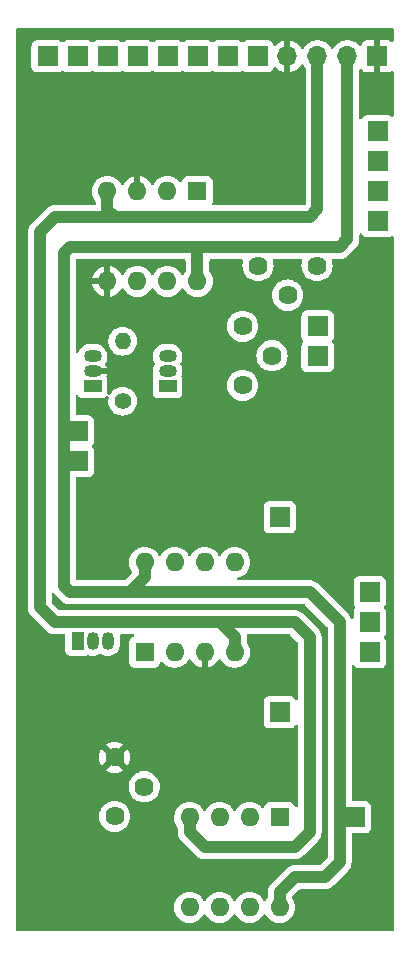
<source format=gbr>
%TF.GenerationSoftware,KiCad,Pcbnew,(6.0.5)*%
%TF.CreationDate,2023-02-14T12:04:11-05:00*%
%TF.ProjectId,vco2,76636f32-2e6b-4696-9361-645f70636258,rev?*%
%TF.SameCoordinates,Original*%
%TF.FileFunction,Copper,L2,Bot*%
%TF.FilePolarity,Positive*%
%FSLAX46Y46*%
G04 Gerber Fmt 4.6, Leading zero omitted, Abs format (unit mm)*
G04 Created by KiCad (PCBNEW (6.0.5)) date 2023-02-14 12:04:11*
%MOMM*%
%LPD*%
G01*
G04 APERTURE LIST*
%TA.AperFunction,ComponentPad*%
%ADD10R,1.700000X1.700000*%
%TD*%
%TA.AperFunction,ComponentPad*%
%ADD11C,1.620000*%
%TD*%
%TA.AperFunction,ComponentPad*%
%ADD12R,1.500000X1.050000*%
%TD*%
%TA.AperFunction,ComponentPad*%
%ADD13O,1.500000X1.050000*%
%TD*%
%TA.AperFunction,ComponentPad*%
%ADD14R,1.600000X1.600000*%
%TD*%
%TA.AperFunction,ComponentPad*%
%ADD15O,1.600000X1.600000*%
%TD*%
%TA.AperFunction,ComponentPad*%
%ADD16O,1.700000X1.700000*%
%TD*%
%TA.AperFunction,ComponentPad*%
%ADD17C,1.400000*%
%TD*%
%TA.AperFunction,ComponentPad*%
%ADD18O,1.400000X1.400000*%
%TD*%
%TA.AperFunction,ComponentPad*%
%ADD19R,1.050000X1.500000*%
%TD*%
%TA.AperFunction,ComponentPad*%
%ADD20O,1.050000X1.500000*%
%TD*%
%TA.AperFunction,Conductor*%
%ADD21C,1.000000*%
%TD*%
%TA.AperFunction,Conductor*%
%ADD22C,0.250000*%
%TD*%
G04 APERTURE END LIST*
D10*
%TO.P,J44,1,Pin_1*%
%TO.N,Net-(U2-Pad1)*%
X130810000Y-105420000D03*
%TD*%
D11*
%TO.P,ROTrim1,1,1*%
%TO.N,GND*%
X109220000Y-116840000D03*
%TO.P,ROTrim1,2,2*%
%TO.N,Net-(U3-Pad3)*%
X111720000Y-119340000D03*
%TO.P,ROTrim1,3,3*%
%TO.N,Net-(ROTrim1-Pad3)*%
X109220000Y-121840000D03*
%TD*%
D10*
%TO.P,J45,1,Pin_1*%
%TO.N,Net-(R12-Pad2)*%
X130810000Y-107950000D03*
%TD*%
D11*
%TO.P,1v/Oct1,1,1*%
%TO.N,Net-(C19-Pad2)*%
X126357500Y-75215000D03*
%TO.P,1v/Oct1,2,2*%
%TO.N,Net-(J40-Pad1)*%
X123857500Y-77715000D03*
%TO.P,1v/Oct1,3,3*%
%TO.N,Net-(R19-Pad1)*%
X121357500Y-75215000D03*
%TD*%
D12*
%TO.P,Q2,1,E*%
%TO.N,Net-(Q2-Pad1)*%
X107347500Y-85430000D03*
D13*
%TO.P,Q2,2,B*%
%TO.N,GND*%
X107347500Y-84160000D03*
%TO.P,Q2,3,C*%
%TO.N,+12V*%
X107347500Y-82890000D03*
%TD*%
D10*
%TO.P,J40,1,Pin_1*%
%TO.N,Net-(J40-Pad1)*%
X126397500Y-80350000D03*
%TD*%
%TO.P,J33,1,Pin_1*%
%TO.N,Net-(J33-Pad1)*%
X116237500Y-57490000D03*
%TD*%
D14*
%TO.P,U2,1*%
%TO.N,Net-(U2-Pad1)*%
X111760000Y-107950000D03*
D15*
%TO.P,U2,2,-*%
%TO.N,+12V*%
X114300000Y-107950000D03*
%TO.P,U2,3,+*%
%TO.N,GND*%
X116840000Y-107950000D03*
%TO.P,U2,4,V-*%
%TO.N,-12V*%
X119380000Y-107950000D03*
%TO.P,U2,5,+*%
%TO.N,Net-(R42-Pad2)*%
X119380000Y-100330000D03*
%TO.P,U2,6,-*%
%TO.N,Net-(U2-Pad6)*%
X116840000Y-100330000D03*
%TO.P,U2,7*%
%TO.N,Net-(C18-Pad2)*%
X114300000Y-100330000D03*
%TO.P,U2,8,V+*%
%TO.N,+12V*%
X111760000Y-100330000D03*
%TD*%
D10*
%TO.P,J21,1,Pin_1*%
%TO.N,Net-(R71-Pad2)*%
X131477500Y-71460000D03*
%TD*%
%TO.P,J43,1,Pin_1*%
%TO.N,+12V*%
X106077500Y-91780000D03*
%TD*%
%TO.P,J50,1,Pin_1*%
%TO.N,Net-(R30-Pad1)*%
X106077500Y-57490000D03*
%TD*%
%TO.P,J0,1,Pin_1*%
%TO.N,GND*%
X131467500Y-57490000D03*
D16*
%TO.P,J0,2,Pin_2*%
%TO.N,+12V*%
X128927500Y-57490000D03*
%TO.P,J0,3,Pin_3*%
%TO.N,-12V*%
X126387500Y-57490000D03*
%TO.P,J0,4,Pin_4*%
%TO.N,GND*%
X123847500Y-57490000D03*
%TD*%
D10*
%TO.P,J61,1,Pin_1*%
%TO.N,Net-(C5-Pad2)*%
X103537500Y-57490000D03*
%TD*%
%TO.P,J42,1,Pin_1*%
%TO.N,+12V*%
X106077500Y-89240000D03*
%TD*%
D17*
%TO.P,R24,1*%
%TO.N,Net-(C19-Pad2)*%
X109887500Y-86700000D03*
D18*
%TO.P,R24,2*%
%TO.N,Net-(R8-Pad1)*%
X109887500Y-81620000D03*
%TD*%
D10*
%TO.P,J71,1,Pin_1*%
%TO.N,Net-(R50-Pad1)*%
X123190000Y-113030000D03*
%TD*%
%TO.P,J41,1,Pin_1*%
%TO.N,Net-(D1-Pad1)*%
X126397500Y-82890000D03*
%TD*%
%TO.P,J46,1,Pin_1*%
%TO.N,+12V*%
X129540000Y-121920000D03*
%TD*%
%TO.P,J30,1,Pin_1*%
%TO.N,Net-(J30-Pad1)*%
X108617500Y-57490000D03*
%TD*%
%TO.P,J23,1,Pin_1*%
%TO.N,Net-(R65-Pad1)*%
X131477500Y-66380000D03*
%TD*%
%TO.P,J12,1,Pin_1*%
%TO.N,Net-(J12-Pad1)*%
X118777500Y-57490000D03*
%TD*%
%TO.P,J60,1,Pin_1*%
%TO.N,Net-(U2-Pad1)*%
X130810000Y-102880000D03*
%TD*%
D14*
%TO.P,U1,1*%
%TO.N,Net-(C19-Pad2)*%
X116227500Y-68930000D03*
D15*
%TO.P,U1,2,-*%
%TO.N,Net-(R8-Pad1)*%
X113687500Y-68930000D03*
%TO.P,U1,3,+*%
%TO.N,GND*%
X111147500Y-68930000D03*
%TO.P,U1,4,V-*%
%TO.N,-12V*%
X108607500Y-68930000D03*
%TO.P,U1,5,+*%
%TO.N,GND*%
X108607500Y-76550000D03*
%TO.P,U1,6,-*%
%TO.N,Net-(Q1-Pad3)*%
X111147500Y-76550000D03*
%TO.P,U1,7*%
%TO.N,Net-(HFTrim1-Pad1)*%
X113687500Y-76550000D03*
%TO.P,U1,8,V+*%
%TO.N,+12V*%
X116227500Y-76550000D03*
%TD*%
D14*
%TO.P,U3,1*%
%TO.N,+12V*%
X123180000Y-121930000D03*
D15*
%TO.P,U3,2,-*%
%TO.N,Net-(U3-Pad2)*%
X120640000Y-121930000D03*
%TO.P,U3,3,+*%
%TO.N,Net-(U3-Pad3)*%
X118100000Y-121930000D03*
%TO.P,U3,4,V-*%
%TO.N,-12V*%
X115560000Y-121930000D03*
%TO.P,U3,5*%
%TO.N,N/C*%
X115560000Y-129550000D03*
%TO.P,U3,6*%
X118100000Y-129550000D03*
%TO.P,U3,7*%
X120640000Y-129550000D03*
%TO.P,U3,8,V+*%
%TO.N,+12V*%
X123180000Y-129550000D03*
%TD*%
D10*
%TO.P,J31,1,Pin_1*%
%TO.N,Net-(J31-Pad1)*%
X111157500Y-57490000D03*
%TD*%
%TO.P,J70,1,Pin_1*%
%TO.N,Net-(C17-Pad1)*%
X123190000Y-96520000D03*
%TD*%
%TO.P,J13,1,Pin_1*%
%TO.N,Net-(R57-Pad1)*%
X131477500Y-63840000D03*
%TD*%
%TO.P,J32,1,Pin_1*%
%TO.N,Net-(J32-Pad1)*%
X113697500Y-57490000D03*
%TD*%
D19*
%TO.P,Q3,1,E*%
%TO.N,+12V*%
X106077500Y-107020000D03*
D20*
%TO.P,Q3,2,B*%
%TO.N,Net-(Q3-Pad2)*%
X107347500Y-107020000D03*
%TO.P,Q3,3,C*%
%TO.N,Net-(U2-Pad1)*%
X108617500Y-107020000D03*
%TD*%
D11*
%TO.P,HFTrim1,1,1*%
%TO.N,Net-(HFTrim1-Pad1)*%
X120047500Y-80350000D03*
%TO.P,HFTrim1,2,2*%
%TO.N,Net-(HFTrim1-Pad2)*%
X122547500Y-82850000D03*
%TO.P,HFTrim1,3,3*%
X120047500Y-85350000D03*
%TD*%
D10*
%TO.P,J11,1,Pin_1*%
%TO.N,Net-(R56-Pad2)*%
X131477500Y-68920000D03*
%TD*%
%TO.P,J22,1,Pin_1*%
%TO.N,Net-(J22-Pad1)*%
X121317500Y-57490000D03*
%TD*%
D12*
%TO.P,Q1,1,E*%
%TO.N,Net-(Q2-Pad1)*%
X113697500Y-85430000D03*
D13*
%TO.P,Q1,2,B*%
%TO.N,Net-(D1-Pad1)*%
X113697500Y-84160000D03*
%TO.P,Q1,3,C*%
%TO.N,Net-(Q1-Pad3)*%
X113697500Y-82890000D03*
%TD*%
D21*
%TO.N,+12V*%
X105410000Y-102870000D02*
X110490000Y-102870000D01*
X104902989Y-102362989D02*
X105410000Y-102870000D01*
X105410000Y-73660000D02*
X104902989Y-74167011D01*
X116840000Y-73660000D02*
X105410000Y-73660000D01*
X104902989Y-74167011D02*
X104902989Y-102362989D01*
X128927500Y-73002500D02*
X128270000Y-73660000D01*
X123180000Y-128280000D02*
X123180000Y-129550000D01*
X127000000Y-127000000D02*
X124460000Y-127000000D01*
D22*
X116840000Y-73660000D02*
X116227500Y-74272500D01*
D21*
X110490000Y-102870000D02*
X125730000Y-102870000D01*
X110490000Y-102870000D02*
X111760000Y-101600000D01*
X128927500Y-57490000D02*
X128927500Y-73002500D01*
X111760000Y-101600000D02*
X111760000Y-100330000D01*
X124460000Y-127000000D02*
X123180000Y-128280000D01*
X128270000Y-73660000D02*
X116840000Y-73660000D01*
X125730000Y-102870000D02*
X128270000Y-105410000D01*
X128270000Y-125730000D02*
X127000000Y-127000000D01*
X128270000Y-105410000D02*
X128270000Y-125730000D01*
X116227500Y-74272500D02*
X116227500Y-76550000D01*
%TO.N,-12V*%
X118110000Y-105410000D02*
X124460000Y-105410000D01*
X102870000Y-104140000D02*
X104140000Y-105410000D01*
X115560000Y-123180000D02*
X115560000Y-121930000D01*
X116840000Y-124460000D02*
X115560000Y-123180000D01*
X125730000Y-71120000D02*
X109220000Y-71120000D01*
X126387500Y-70462500D02*
X125730000Y-71120000D01*
X102870000Y-72390000D02*
X102870000Y-104140000D01*
X124460000Y-105410000D02*
X125730000Y-106680000D01*
X104140000Y-105410000D02*
X118110000Y-105410000D01*
X119380000Y-106680000D02*
X119380000Y-107950000D01*
X109220000Y-71120000D02*
X108607500Y-70507500D01*
X126387500Y-57490000D02*
X126387500Y-70462500D01*
X109220000Y-71120000D02*
X104140000Y-71120000D01*
X104140000Y-71120000D02*
X102870000Y-72390000D01*
X118110000Y-105410000D02*
X119380000Y-106680000D01*
X108607500Y-70507500D02*
X108607500Y-68930000D01*
X124460000Y-124460000D02*
X116840000Y-124460000D01*
X125730000Y-106680000D02*
X125730000Y-123190000D01*
X125730000Y-123190000D02*
X124460000Y-124460000D01*
%TD*%
%TA.AperFunction,Conductor*%
%TO.N,GND*%
G36*
X132783621Y-55138502D02*
G01*
X132830114Y-55192158D01*
X132841500Y-55244500D01*
X132841500Y-56145940D01*
X132821498Y-56214061D01*
X132767842Y-56260554D01*
X132697568Y-56270658D01*
X132639935Y-56246767D01*
X132571144Y-56195211D01*
X132555554Y-56186676D01*
X132435106Y-56141522D01*
X132419851Y-56137895D01*
X132368986Y-56132369D01*
X132362172Y-56132000D01*
X131739615Y-56132000D01*
X131724376Y-56136475D01*
X131723171Y-56137865D01*
X131721500Y-56145548D01*
X131721500Y-58829884D01*
X131725975Y-58845123D01*
X131727365Y-58846328D01*
X131735048Y-58847999D01*
X132362169Y-58847999D01*
X132368990Y-58847629D01*
X132419852Y-58842105D01*
X132435104Y-58838479D01*
X132555554Y-58793324D01*
X132571144Y-58784789D01*
X132639935Y-58733233D01*
X132706442Y-58708386D01*
X132775824Y-58723439D01*
X132826054Y-58773614D01*
X132841500Y-58834060D01*
X132841500Y-62487821D01*
X132821498Y-62555942D01*
X132767842Y-62602435D01*
X132697568Y-62612539D01*
X132639935Y-62588647D01*
X132596297Y-62555942D01*
X132574205Y-62539385D01*
X132437816Y-62488255D01*
X132375634Y-62481500D01*
X130579366Y-62481500D01*
X130517184Y-62488255D01*
X130380795Y-62539385D01*
X130264239Y-62626739D01*
X130176885Y-62743295D01*
X130173736Y-62751696D01*
X130172519Y-62753918D01*
X130122260Y-62804064D01*
X130052869Y-62819077D01*
X129986377Y-62794191D01*
X129943895Y-62737307D01*
X129936000Y-62693408D01*
X129936000Y-58653804D01*
X129956002Y-58585683D01*
X130009658Y-58539190D01*
X130079932Y-58529086D01*
X130144512Y-58558580D01*
X130167128Y-58586612D01*
X130167328Y-58586462D01*
X130171521Y-58592057D01*
X130172520Y-58593295D01*
X130172712Y-58593646D01*
X130249215Y-58695724D01*
X130261776Y-58708285D01*
X130363851Y-58784786D01*
X130379446Y-58793324D01*
X130499894Y-58838478D01*
X130515149Y-58842105D01*
X130566014Y-58847631D01*
X130572828Y-58848000D01*
X131195385Y-58848000D01*
X131210624Y-58843525D01*
X131211829Y-58842135D01*
X131213500Y-58834452D01*
X131213500Y-56150116D01*
X131209025Y-56134877D01*
X131207635Y-56133672D01*
X131199952Y-56132001D01*
X130572831Y-56132001D01*
X130566010Y-56132371D01*
X130515148Y-56137895D01*
X130499896Y-56141521D01*
X130379446Y-56186676D01*
X130363851Y-56195214D01*
X130261776Y-56271715D01*
X130249215Y-56284276D01*
X130172714Y-56386351D01*
X130164176Y-56401946D01*
X130122797Y-56512322D01*
X130080155Y-56569087D01*
X130013593Y-56593786D01*
X129944244Y-56578578D01*
X129911621Y-56552891D01*
X129860651Y-56496876D01*
X129860645Y-56496870D01*
X129857170Y-56493051D01*
X129853119Y-56489852D01*
X129853115Y-56489848D01*
X129685914Y-56357800D01*
X129685910Y-56357798D01*
X129681859Y-56354598D01*
X129645528Y-56334542D01*
X129629636Y-56325769D01*
X129486289Y-56246638D01*
X129481420Y-56244914D01*
X129481416Y-56244912D01*
X129280587Y-56173795D01*
X129280583Y-56173794D01*
X129275712Y-56172069D01*
X129270619Y-56171162D01*
X129270616Y-56171161D01*
X129060873Y-56133800D01*
X129060867Y-56133799D01*
X129055784Y-56132894D01*
X128981952Y-56131992D01*
X128837581Y-56130228D01*
X128837579Y-56130228D01*
X128832411Y-56130165D01*
X128611591Y-56163955D01*
X128399256Y-56233357D01*
X128201107Y-56336507D01*
X128196974Y-56339610D01*
X128196971Y-56339612D01*
X128113950Y-56401946D01*
X128022465Y-56470635D01*
X127997041Y-56497240D01*
X127914611Y-56583498D01*
X127868129Y-56632138D01*
X127760701Y-56789621D01*
X127705793Y-56834621D01*
X127635268Y-56842792D01*
X127571521Y-56811538D01*
X127550824Y-56787054D01*
X127470322Y-56662617D01*
X127470320Y-56662614D01*
X127467514Y-56658277D01*
X127317170Y-56493051D01*
X127313119Y-56489852D01*
X127313115Y-56489848D01*
X127145914Y-56357800D01*
X127145910Y-56357798D01*
X127141859Y-56354598D01*
X127105528Y-56334542D01*
X127089636Y-56325769D01*
X126946289Y-56246638D01*
X126941420Y-56244914D01*
X126941416Y-56244912D01*
X126740587Y-56173795D01*
X126740583Y-56173794D01*
X126735712Y-56172069D01*
X126730619Y-56171162D01*
X126730616Y-56171161D01*
X126520873Y-56133800D01*
X126520867Y-56133799D01*
X126515784Y-56132894D01*
X126441952Y-56131992D01*
X126297581Y-56130228D01*
X126297579Y-56130228D01*
X126292411Y-56130165D01*
X126071591Y-56163955D01*
X125859256Y-56233357D01*
X125661107Y-56336507D01*
X125656974Y-56339610D01*
X125656971Y-56339612D01*
X125573950Y-56401946D01*
X125482465Y-56470635D01*
X125457041Y-56497240D01*
X125374611Y-56583498D01*
X125328129Y-56632138D01*
X125220704Y-56789618D01*
X125220398Y-56790066D01*
X125165487Y-56835069D01*
X125094962Y-56843240D01*
X125031215Y-56811986D01*
X125010518Y-56787502D01*
X124929926Y-56662926D01*
X124923636Y-56654757D01*
X124780306Y-56497240D01*
X124772773Y-56490215D01*
X124605639Y-56358222D01*
X124597052Y-56352517D01*
X124410617Y-56249599D01*
X124401205Y-56245369D01*
X124200459Y-56174280D01*
X124190488Y-56171646D01*
X124119337Y-56158972D01*
X124106040Y-56160432D01*
X124101500Y-56174989D01*
X124101500Y-58808517D01*
X124105564Y-58822359D01*
X124118978Y-58824393D01*
X124125684Y-58823534D01*
X124135762Y-58821392D01*
X124339755Y-58760191D01*
X124349342Y-58756433D01*
X124540595Y-58662739D01*
X124549445Y-58657464D01*
X124722828Y-58533792D01*
X124730700Y-58527139D01*
X124881552Y-58376812D01*
X124888230Y-58368965D01*
X125015522Y-58191819D01*
X125016779Y-58192722D01*
X125063873Y-58149362D01*
X125133811Y-58137145D01*
X125199251Y-58164678D01*
X125227079Y-58196511D01*
X125287487Y-58295088D01*
X125290867Y-58298990D01*
X125348237Y-58365219D01*
X125377720Y-58429804D01*
X125379000Y-58447717D01*
X125379000Y-69985500D01*
X125358998Y-70053621D01*
X125305342Y-70100114D01*
X125253000Y-70111500D01*
X117609381Y-70111500D01*
X117541260Y-70091498D01*
X117494767Y-70037842D01*
X117484663Y-69967568D01*
X117491399Y-69941270D01*
X117526471Y-69847715D01*
X117529245Y-69840316D01*
X117536000Y-69778134D01*
X117536000Y-68081866D01*
X117529245Y-68019684D01*
X117478115Y-67883295D01*
X117390761Y-67766739D01*
X117274205Y-67679385D01*
X117137816Y-67628255D01*
X117075634Y-67621500D01*
X115379366Y-67621500D01*
X115317184Y-67628255D01*
X115180795Y-67679385D01*
X115064239Y-67766739D01*
X114976885Y-67883295D01*
X114925755Y-68019684D01*
X114924583Y-68030474D01*
X114923697Y-68032606D01*
X114923075Y-68035222D01*
X114922652Y-68035121D01*
X114897345Y-68096035D01*
X114838983Y-68136463D01*
X114768029Y-68138922D01*
X114707010Y-68102629D01*
X114700011Y-68093969D01*
X114696854Y-68090207D01*
X114693698Y-68085700D01*
X114531800Y-67923802D01*
X114527292Y-67920645D01*
X114527289Y-67920643D01*
X114449111Y-67865902D01*
X114344249Y-67792477D01*
X114339267Y-67790154D01*
X114339262Y-67790151D01*
X114141725Y-67698039D01*
X114141724Y-67698039D01*
X114136743Y-67695716D01*
X114131435Y-67694294D01*
X114131433Y-67694293D01*
X113920902Y-67637881D01*
X113920900Y-67637881D01*
X113915587Y-67636457D01*
X113687500Y-67616502D01*
X113459413Y-67636457D01*
X113454100Y-67637881D01*
X113454098Y-67637881D01*
X113243567Y-67694293D01*
X113243565Y-67694294D01*
X113238257Y-67695716D01*
X113233276Y-67698039D01*
X113233275Y-67698039D01*
X113035738Y-67790151D01*
X113035733Y-67790154D01*
X113030751Y-67792477D01*
X112925889Y-67865902D01*
X112847711Y-67920643D01*
X112847708Y-67920645D01*
X112843200Y-67923802D01*
X112681302Y-68085700D01*
X112549977Y-68273251D01*
X112547654Y-68278233D01*
X112547651Y-68278238D01*
X112531419Y-68313049D01*
X112484502Y-68366334D01*
X112416225Y-68385795D01*
X112348265Y-68365253D01*
X112303029Y-68313049D01*
X112286914Y-68278489D01*
X112281431Y-68268993D01*
X112156472Y-68090533D01*
X112149416Y-68082125D01*
X111995375Y-67928084D01*
X111986967Y-67921028D01*
X111808507Y-67796069D01*
X111799011Y-67790586D01*
X111601553Y-67698510D01*
X111591261Y-67694764D01*
X111418997Y-67648606D01*
X111404901Y-67648942D01*
X111401500Y-67656884D01*
X111401500Y-69058000D01*
X111381498Y-69126121D01*
X111327842Y-69172614D01*
X111275500Y-69184000D01*
X111019500Y-69184000D01*
X110951379Y-69163998D01*
X110904886Y-69110342D01*
X110893500Y-69058000D01*
X110893500Y-67662033D01*
X110889527Y-67648502D01*
X110880978Y-67647273D01*
X110703739Y-67694764D01*
X110693447Y-67698510D01*
X110495989Y-67790586D01*
X110486493Y-67796069D01*
X110308033Y-67921028D01*
X110299625Y-67928084D01*
X110145584Y-68082125D01*
X110138528Y-68090533D01*
X110013569Y-68268993D01*
X110008086Y-68278489D01*
X109991971Y-68313049D01*
X109945054Y-68366334D01*
X109876777Y-68385795D01*
X109808817Y-68365253D01*
X109763581Y-68313049D01*
X109747349Y-68278238D01*
X109747346Y-68278233D01*
X109745023Y-68273251D01*
X109613698Y-68085700D01*
X109451800Y-67923802D01*
X109447292Y-67920645D01*
X109447289Y-67920643D01*
X109369111Y-67865902D01*
X109264249Y-67792477D01*
X109259267Y-67790154D01*
X109259262Y-67790151D01*
X109061725Y-67698039D01*
X109061724Y-67698039D01*
X109056743Y-67695716D01*
X109051435Y-67694294D01*
X109051433Y-67694293D01*
X108840902Y-67637881D01*
X108840900Y-67637881D01*
X108835587Y-67636457D01*
X108607500Y-67616502D01*
X108379413Y-67636457D01*
X108374100Y-67637881D01*
X108374098Y-67637881D01*
X108163567Y-67694293D01*
X108163565Y-67694294D01*
X108158257Y-67695716D01*
X108153276Y-67698039D01*
X108153275Y-67698039D01*
X107955738Y-67790151D01*
X107955733Y-67790154D01*
X107950751Y-67792477D01*
X107845889Y-67865902D01*
X107767711Y-67920643D01*
X107767708Y-67920645D01*
X107763200Y-67923802D01*
X107601302Y-68085700D01*
X107469977Y-68273251D01*
X107467654Y-68278233D01*
X107467651Y-68278238D01*
X107467534Y-68278489D01*
X107373216Y-68480757D01*
X107313957Y-68701913D01*
X107294002Y-68930000D01*
X107313957Y-69158087D01*
X107315381Y-69163400D01*
X107315381Y-69163402D01*
X107317850Y-69172614D01*
X107373216Y-69379243D01*
X107375539Y-69384224D01*
X107375539Y-69384225D01*
X107467651Y-69581762D01*
X107467654Y-69581767D01*
X107469977Y-69586749D01*
X107473134Y-69591257D01*
X107576213Y-69738469D01*
X107599000Y-69810740D01*
X107599000Y-69985500D01*
X107578998Y-70053621D01*
X107525342Y-70100114D01*
X107473000Y-70111500D01*
X104201842Y-70111500D01*
X104188235Y-70110763D01*
X104156737Y-70107341D01*
X104156732Y-70107341D01*
X104150611Y-70106676D01*
X104132611Y-70108251D01*
X104100609Y-70111050D01*
X104095784Y-70111379D01*
X104093313Y-70111500D01*
X104090231Y-70111500D01*
X104067763Y-70113703D01*
X104047489Y-70115691D01*
X104046174Y-70115813D01*
X104013913Y-70118636D01*
X103953587Y-70123913D01*
X103948468Y-70125400D01*
X103943167Y-70125920D01*
X103854194Y-70152782D01*
X103853054Y-70153120D01*
X103763663Y-70179091D01*
X103758929Y-70181545D01*
X103753831Y-70183084D01*
X103748387Y-70185978D01*
X103748386Y-70185979D01*
X103671831Y-70226684D01*
X103670663Y-70227298D01*
X103633158Y-70246739D01*
X103588074Y-70270108D01*
X103583911Y-70273431D01*
X103579204Y-70275934D01*
X103507082Y-70334755D01*
X103506226Y-70335446D01*
X103467027Y-70366738D01*
X103464523Y-70369242D01*
X103463805Y-70369884D01*
X103459472Y-70373585D01*
X103425938Y-70400935D01*
X103422011Y-70405682D01*
X103422009Y-70405684D01*
X103396713Y-70436262D01*
X103388723Y-70445042D01*
X102200621Y-71633145D01*
X102190478Y-71642247D01*
X102160975Y-71665968D01*
X102157008Y-71670696D01*
X102128709Y-71704421D01*
X102125528Y-71708069D01*
X102123885Y-71709881D01*
X102121691Y-71712075D01*
X102094358Y-71745349D01*
X102093696Y-71746147D01*
X102033846Y-71817474D01*
X102031278Y-71822144D01*
X102027897Y-71826261D01*
X102002696Y-71873262D01*
X101984023Y-71908086D01*
X101983394Y-71909245D01*
X101941538Y-71985381D01*
X101941535Y-71985389D01*
X101938567Y-71990787D01*
X101936955Y-71995869D01*
X101934438Y-72000563D01*
X101907238Y-72089531D01*
X101906918Y-72090559D01*
X101878765Y-72179306D01*
X101878171Y-72184602D01*
X101876613Y-72189698D01*
X101875990Y-72195834D01*
X101867218Y-72282187D01*
X101867089Y-72283393D01*
X101861500Y-72333227D01*
X101861500Y-72336754D01*
X101861445Y-72337739D01*
X101860998Y-72343419D01*
X101856626Y-72386462D01*
X101857206Y-72392593D01*
X101860941Y-72432109D01*
X101861500Y-72443967D01*
X101861500Y-104078157D01*
X101860763Y-104091764D01*
X101860601Y-104093261D01*
X101856676Y-104129388D01*
X101857213Y-104135523D01*
X101861050Y-104179388D01*
X101861379Y-104184214D01*
X101861500Y-104186686D01*
X101861500Y-104189769D01*
X101861801Y-104192837D01*
X101865690Y-104232506D01*
X101865812Y-104233819D01*
X101873913Y-104326413D01*
X101875400Y-104331532D01*
X101875920Y-104336833D01*
X101902791Y-104425834D01*
X101903126Y-104426967D01*
X101918118Y-104478567D01*
X101929091Y-104516336D01*
X101931544Y-104521068D01*
X101933084Y-104526169D01*
X101935978Y-104531612D01*
X101976731Y-104608260D01*
X101977343Y-104609426D01*
X102006354Y-104665392D01*
X102020108Y-104691926D01*
X102023431Y-104696089D01*
X102025934Y-104700796D01*
X102029830Y-104705573D01*
X102034393Y-104711168D01*
X102084755Y-104772918D01*
X102085446Y-104773774D01*
X102116738Y-104812973D01*
X102119242Y-104815477D01*
X102119884Y-104816195D01*
X102123585Y-104820528D01*
X102150935Y-104854062D01*
X102155682Y-104857989D01*
X102155684Y-104857991D01*
X102186262Y-104883287D01*
X102195042Y-104891277D01*
X103383145Y-106079379D01*
X103392247Y-106089522D01*
X103415968Y-106119025D01*
X103454456Y-106151320D01*
X103458075Y-106154478D01*
X103459890Y-106156124D01*
X103462075Y-106158309D01*
X103464455Y-106160264D01*
X103464465Y-106160273D01*
X103495236Y-106185549D01*
X103496251Y-106186391D01*
X103531182Y-106215702D01*
X103567474Y-106246154D01*
X103572148Y-106248723D01*
X103576261Y-106252102D01*
X103654086Y-106293831D01*
X103658047Y-106295955D01*
X103659177Y-106296568D01*
X103740787Y-106341433D01*
X103745869Y-106343045D01*
X103750563Y-106345562D01*
X103839531Y-106372762D01*
X103840559Y-106373082D01*
X103929306Y-106401235D01*
X103934602Y-106401829D01*
X103939698Y-106403387D01*
X104032257Y-106412790D01*
X104033393Y-106412911D01*
X104067008Y-106416681D01*
X104079730Y-106418108D01*
X104079734Y-106418108D01*
X104083227Y-106418500D01*
X104086754Y-106418500D01*
X104087739Y-106418555D01*
X104093419Y-106419002D01*
X104122825Y-106421989D01*
X104130337Y-106422752D01*
X104130339Y-106422752D01*
X104136462Y-106423374D01*
X104182108Y-106419059D01*
X104193967Y-106418500D01*
X104918000Y-106418500D01*
X104986121Y-106438502D01*
X105032614Y-106492158D01*
X105044000Y-106544500D01*
X105044000Y-107818134D01*
X105050755Y-107880316D01*
X105101885Y-108016705D01*
X105189239Y-108133261D01*
X105305795Y-108220615D01*
X105442184Y-108271745D01*
X105504366Y-108278500D01*
X106650634Y-108278500D01*
X106712816Y-108271745D01*
X106754123Y-108256260D01*
X106840796Y-108223768D01*
X106840799Y-108223766D01*
X106849205Y-108220615D01*
X106856394Y-108215227D01*
X106856637Y-108215094D01*
X106925994Y-108199924D01*
X106954407Y-108205248D01*
X107138680Y-108262290D01*
X107144805Y-108262934D01*
X107144806Y-108262934D01*
X107334122Y-108282832D01*
X107334123Y-108282832D01*
X107340250Y-108283476D01*
X107423514Y-108275898D01*
X107535957Y-108265665D01*
X107535960Y-108265664D01*
X107542096Y-108265106D01*
X107548002Y-108263368D01*
X107548006Y-108263367D01*
X107730620Y-108209620D01*
X107730619Y-108209620D01*
X107736529Y-108207881D01*
X107741986Y-108205028D01*
X107741989Y-108205027D01*
X107879265Y-108133261D01*
X107915960Y-108114077D01*
X107915962Y-108114077D01*
X107916145Y-108113981D01*
X107916163Y-108114016D01*
X107981941Y-108094111D01*
X108042909Y-108109271D01*
X108215065Y-108202356D01*
X108284233Y-108223767D01*
X108402793Y-108260468D01*
X108402796Y-108260469D01*
X108408680Y-108262290D01*
X108414805Y-108262934D01*
X108414806Y-108262934D01*
X108604122Y-108282832D01*
X108604123Y-108282832D01*
X108610250Y-108283476D01*
X108693514Y-108275898D01*
X108805957Y-108265665D01*
X108805960Y-108265664D01*
X108812096Y-108265106D01*
X108818002Y-108263368D01*
X108818006Y-108263367D01*
X109000620Y-108209620D01*
X109000619Y-108209620D01*
X109006529Y-108207881D01*
X109011986Y-108205028D01*
X109011989Y-108205027D01*
X109149265Y-108133261D01*
X109186145Y-108113981D01*
X109344101Y-107986981D01*
X109474381Y-107831719D01*
X109477345Y-107826327D01*
X109477348Y-107826323D01*
X109569056Y-107659506D01*
X109572023Y-107654109D01*
X109633307Y-107460916D01*
X109651000Y-107303183D01*
X109651000Y-106743996D01*
X109636223Y-106593287D01*
X109634277Y-106586840D01*
X109632488Y-106580914D01*
X109631949Y-106509920D01*
X109669879Y-106449904D01*
X109734234Y-106419922D01*
X109753111Y-106418500D01*
X110767504Y-106418500D01*
X110835625Y-106438502D01*
X110882118Y-106492158D01*
X110892222Y-106562432D01*
X110862728Y-106627012D01*
X110811733Y-106662482D01*
X110721705Y-106696232D01*
X110721704Y-106696233D01*
X110713295Y-106699385D01*
X110596739Y-106786739D01*
X110509385Y-106903295D01*
X110458255Y-107039684D01*
X110451500Y-107101866D01*
X110451500Y-108798134D01*
X110458255Y-108860316D01*
X110509385Y-108996705D01*
X110596739Y-109113261D01*
X110713295Y-109200615D01*
X110849684Y-109251745D01*
X110911866Y-109258500D01*
X112608134Y-109258500D01*
X112670316Y-109251745D01*
X112806705Y-109200615D01*
X112923261Y-109113261D01*
X113010615Y-108996705D01*
X113061745Y-108860316D01*
X113062917Y-108849526D01*
X113063803Y-108847394D01*
X113064425Y-108844778D01*
X113064848Y-108844879D01*
X113090155Y-108783965D01*
X113148517Y-108743537D01*
X113219471Y-108741078D01*
X113280490Y-108777371D01*
X113287489Y-108786031D01*
X113290643Y-108789789D01*
X113293802Y-108794300D01*
X113455700Y-108956198D01*
X113460208Y-108959355D01*
X113460211Y-108959357D01*
X113501542Y-108988297D01*
X113643251Y-109087523D01*
X113648233Y-109089846D01*
X113648238Y-109089849D01*
X113817212Y-109168642D01*
X113850757Y-109184284D01*
X113856065Y-109185706D01*
X113856067Y-109185707D01*
X114066598Y-109242119D01*
X114066600Y-109242119D01*
X114071913Y-109243543D01*
X114300000Y-109263498D01*
X114528087Y-109243543D01*
X114533400Y-109242119D01*
X114533402Y-109242119D01*
X114743933Y-109185707D01*
X114743935Y-109185706D01*
X114749243Y-109184284D01*
X114782788Y-109168642D01*
X114951762Y-109089849D01*
X114951767Y-109089846D01*
X114956749Y-109087523D01*
X115098458Y-108988297D01*
X115139789Y-108959357D01*
X115139792Y-108959355D01*
X115144300Y-108956198D01*
X115306198Y-108794300D01*
X115437523Y-108606749D01*
X115439846Y-108601767D01*
X115439849Y-108601762D01*
X115456081Y-108566951D01*
X115502998Y-108513666D01*
X115571275Y-108494205D01*
X115639235Y-108514747D01*
X115684471Y-108566951D01*
X115700586Y-108601511D01*
X115706069Y-108611007D01*
X115831028Y-108789467D01*
X115838084Y-108797875D01*
X115992125Y-108951916D01*
X116000533Y-108958972D01*
X116178993Y-109083931D01*
X116188489Y-109089414D01*
X116385947Y-109181490D01*
X116396239Y-109185236D01*
X116568503Y-109231394D01*
X116582599Y-109231058D01*
X116586000Y-109223116D01*
X116586000Y-107822000D01*
X116606002Y-107753879D01*
X116659658Y-107707386D01*
X116712000Y-107696000D01*
X116968000Y-107696000D01*
X117036121Y-107716002D01*
X117082614Y-107769658D01*
X117094000Y-107822000D01*
X117094000Y-109217967D01*
X117097973Y-109231498D01*
X117106522Y-109232727D01*
X117283761Y-109185236D01*
X117294053Y-109181490D01*
X117491511Y-109089414D01*
X117501007Y-109083931D01*
X117679467Y-108958972D01*
X117687875Y-108951916D01*
X117841916Y-108797875D01*
X117848972Y-108789467D01*
X117973931Y-108611007D01*
X117979414Y-108601511D01*
X117995529Y-108566951D01*
X118042446Y-108513666D01*
X118110723Y-108494205D01*
X118178683Y-108514747D01*
X118223919Y-108566951D01*
X118240151Y-108601762D01*
X118240154Y-108601767D01*
X118242477Y-108606749D01*
X118373802Y-108794300D01*
X118535700Y-108956198D01*
X118540208Y-108959355D01*
X118540211Y-108959357D01*
X118581542Y-108988297D01*
X118723251Y-109087523D01*
X118728233Y-109089846D01*
X118728238Y-109089849D01*
X118897212Y-109168642D01*
X118930757Y-109184284D01*
X118936065Y-109185706D01*
X118936067Y-109185707D01*
X119146598Y-109242119D01*
X119146600Y-109242119D01*
X119151913Y-109243543D01*
X119380000Y-109263498D01*
X119608087Y-109243543D01*
X119613400Y-109242119D01*
X119613402Y-109242119D01*
X119823933Y-109185707D01*
X119823935Y-109185706D01*
X119829243Y-109184284D01*
X119862788Y-109168642D01*
X120031762Y-109089849D01*
X120031767Y-109089846D01*
X120036749Y-109087523D01*
X120178458Y-108988297D01*
X120219789Y-108959357D01*
X120219792Y-108959355D01*
X120224300Y-108956198D01*
X120386198Y-108794300D01*
X120517523Y-108606749D01*
X120519846Y-108601767D01*
X120519849Y-108601762D01*
X120611961Y-108404225D01*
X120611961Y-108404224D01*
X120614284Y-108399243D01*
X120645477Y-108282832D01*
X120672119Y-108183402D01*
X120672119Y-108183400D01*
X120673543Y-108178087D01*
X120693498Y-107950000D01*
X120673543Y-107721913D01*
X120671959Y-107716002D01*
X120615707Y-107506067D01*
X120615706Y-107506065D01*
X120614284Y-107500757D01*
X120536081Y-107333049D01*
X120519849Y-107298238D01*
X120519846Y-107298233D01*
X120517523Y-107293251D01*
X120411287Y-107141531D01*
X120388500Y-107069260D01*
X120388500Y-106741842D01*
X120389237Y-106728235D01*
X120392659Y-106696737D01*
X120392659Y-106696732D01*
X120393324Y-106690611D01*
X120390336Y-106656457D01*
X120388950Y-106640609D01*
X120388621Y-106635784D01*
X120388500Y-106633313D01*
X120388500Y-106630231D01*
X120384309Y-106587489D01*
X120384187Y-106586173D01*
X120381502Y-106555480D01*
X120395492Y-106485876D01*
X120444892Y-106434884D01*
X120507023Y-106418500D01*
X123990074Y-106418500D01*
X124058195Y-106438502D01*
X124079169Y-106455404D01*
X124684595Y-107060829D01*
X124718620Y-107123142D01*
X124721500Y-107149925D01*
X124721500Y-111865144D01*
X124701498Y-111933265D01*
X124647842Y-111979758D01*
X124577568Y-111989862D01*
X124512988Y-111960368D01*
X124490946Y-111933047D01*
X124490615Y-111933295D01*
X124408642Y-111823919D01*
X124403261Y-111816739D01*
X124286705Y-111729385D01*
X124150316Y-111678255D01*
X124088134Y-111671500D01*
X122291866Y-111671500D01*
X122229684Y-111678255D01*
X122093295Y-111729385D01*
X121976739Y-111816739D01*
X121889385Y-111933295D01*
X121838255Y-112069684D01*
X121831500Y-112131866D01*
X121831500Y-113928134D01*
X121838255Y-113990316D01*
X121889385Y-114126705D01*
X121976739Y-114243261D01*
X122093295Y-114330615D01*
X122229684Y-114381745D01*
X122291866Y-114388500D01*
X124088134Y-114388500D01*
X124150316Y-114381745D01*
X124286705Y-114330615D01*
X124403261Y-114243261D01*
X124490615Y-114126705D01*
X124491771Y-114127571D01*
X124535237Y-114084202D01*
X124604628Y-114069187D01*
X124671120Y-114094071D01*
X124713604Y-114150954D01*
X124721500Y-114194856D01*
X124721500Y-120964179D01*
X124701498Y-121032300D01*
X124647842Y-121078793D01*
X124577568Y-121088897D01*
X124512988Y-121059403D01*
X124477518Y-121008408D01*
X124433768Y-120891705D01*
X124433767Y-120891703D01*
X124430615Y-120883295D01*
X124343261Y-120766739D01*
X124226705Y-120679385D01*
X124090316Y-120628255D01*
X124028134Y-120621500D01*
X122331866Y-120621500D01*
X122269684Y-120628255D01*
X122133295Y-120679385D01*
X122016739Y-120766739D01*
X121929385Y-120883295D01*
X121878255Y-121019684D01*
X121877083Y-121030474D01*
X121876197Y-121032606D01*
X121875575Y-121035222D01*
X121875152Y-121035121D01*
X121849845Y-121096035D01*
X121791483Y-121136463D01*
X121720529Y-121138922D01*
X121659510Y-121102629D01*
X121652511Y-121093969D01*
X121649354Y-121090207D01*
X121646198Y-121085700D01*
X121484300Y-120923802D01*
X121479792Y-120920645D01*
X121479789Y-120920643D01*
X121352769Y-120831703D01*
X121296749Y-120792477D01*
X121291767Y-120790154D01*
X121291762Y-120790151D01*
X121094225Y-120698039D01*
X121094224Y-120698039D01*
X121089243Y-120695716D01*
X121083935Y-120694294D01*
X121083933Y-120694293D01*
X120873402Y-120637881D01*
X120873400Y-120637881D01*
X120868087Y-120636457D01*
X120640000Y-120616502D01*
X120411913Y-120636457D01*
X120406600Y-120637881D01*
X120406598Y-120637881D01*
X120196067Y-120694293D01*
X120196065Y-120694294D01*
X120190757Y-120695716D01*
X120185776Y-120698039D01*
X120185775Y-120698039D01*
X119988238Y-120790151D01*
X119988233Y-120790154D01*
X119983251Y-120792477D01*
X119927231Y-120831703D01*
X119800211Y-120920643D01*
X119800208Y-120920645D01*
X119795700Y-120923802D01*
X119633802Y-121085700D01*
X119502477Y-121273251D01*
X119500154Y-121278233D01*
X119500151Y-121278238D01*
X119484195Y-121312457D01*
X119437278Y-121365742D01*
X119369001Y-121385203D01*
X119301041Y-121364661D01*
X119255805Y-121312457D01*
X119239849Y-121278238D01*
X119239846Y-121278233D01*
X119237523Y-121273251D01*
X119106198Y-121085700D01*
X118944300Y-120923802D01*
X118939792Y-120920645D01*
X118939789Y-120920643D01*
X118812769Y-120831703D01*
X118756749Y-120792477D01*
X118751767Y-120790154D01*
X118751762Y-120790151D01*
X118554225Y-120698039D01*
X118554224Y-120698039D01*
X118549243Y-120695716D01*
X118543935Y-120694294D01*
X118543933Y-120694293D01*
X118333402Y-120637881D01*
X118333400Y-120637881D01*
X118328087Y-120636457D01*
X118100000Y-120616502D01*
X117871913Y-120636457D01*
X117866600Y-120637881D01*
X117866598Y-120637881D01*
X117656067Y-120694293D01*
X117656065Y-120694294D01*
X117650757Y-120695716D01*
X117645776Y-120698039D01*
X117645775Y-120698039D01*
X117448238Y-120790151D01*
X117448233Y-120790154D01*
X117443251Y-120792477D01*
X117387231Y-120831703D01*
X117260211Y-120920643D01*
X117260208Y-120920645D01*
X117255700Y-120923802D01*
X117093802Y-121085700D01*
X116962477Y-121273251D01*
X116960154Y-121278233D01*
X116960151Y-121278238D01*
X116944195Y-121312457D01*
X116897278Y-121365742D01*
X116829001Y-121385203D01*
X116761041Y-121364661D01*
X116715805Y-121312457D01*
X116699849Y-121278238D01*
X116699846Y-121278233D01*
X116697523Y-121273251D01*
X116566198Y-121085700D01*
X116404300Y-120923802D01*
X116399792Y-120920645D01*
X116399789Y-120920643D01*
X116272769Y-120831703D01*
X116216749Y-120792477D01*
X116211767Y-120790154D01*
X116211762Y-120790151D01*
X116014225Y-120698039D01*
X116014224Y-120698039D01*
X116009243Y-120695716D01*
X116003935Y-120694294D01*
X116003933Y-120694293D01*
X115793402Y-120637881D01*
X115793400Y-120637881D01*
X115788087Y-120636457D01*
X115560000Y-120616502D01*
X115331913Y-120636457D01*
X115326600Y-120637881D01*
X115326598Y-120637881D01*
X115116067Y-120694293D01*
X115116065Y-120694294D01*
X115110757Y-120695716D01*
X115105776Y-120698039D01*
X115105775Y-120698039D01*
X114908238Y-120790151D01*
X114908233Y-120790154D01*
X114903251Y-120792477D01*
X114847231Y-120831703D01*
X114720211Y-120920643D01*
X114720208Y-120920645D01*
X114715700Y-120923802D01*
X114553802Y-121085700D01*
X114422477Y-121273251D01*
X114420154Y-121278233D01*
X114420151Y-121278238D01*
X114328500Y-121474787D01*
X114325716Y-121480757D01*
X114324294Y-121486065D01*
X114324293Y-121486067D01*
X114290000Y-121614050D01*
X114266457Y-121701913D01*
X114246502Y-121930000D01*
X114266457Y-122158087D01*
X114325716Y-122379243D01*
X114328039Y-122384224D01*
X114328039Y-122384225D01*
X114420151Y-122581762D01*
X114420154Y-122581767D01*
X114422477Y-122586749D01*
X114507029Y-122707501D01*
X114528713Y-122738469D01*
X114551500Y-122810740D01*
X114551500Y-123118157D01*
X114550763Y-123131764D01*
X114547364Y-123163057D01*
X114546676Y-123169388D01*
X114548789Y-123193538D01*
X114551050Y-123219388D01*
X114551379Y-123224214D01*
X114551500Y-123226686D01*
X114551500Y-123229769D01*
X114551801Y-123232837D01*
X114555690Y-123272506D01*
X114555812Y-123273819D01*
X114558506Y-123304606D01*
X114563913Y-123366413D01*
X114565400Y-123371532D01*
X114565920Y-123376833D01*
X114592791Y-123465834D01*
X114593126Y-123466967D01*
X114599632Y-123489358D01*
X114619091Y-123556336D01*
X114621544Y-123561068D01*
X114623084Y-123566169D01*
X114625978Y-123571612D01*
X114666731Y-123648260D01*
X114667343Y-123649426D01*
X114707271Y-123726453D01*
X114710108Y-123731926D01*
X114713431Y-123736089D01*
X114715934Y-123740796D01*
X114774755Y-123812918D01*
X114775446Y-123813774D01*
X114806738Y-123852973D01*
X114809242Y-123855477D01*
X114809884Y-123856195D01*
X114813585Y-123860528D01*
X114840935Y-123894062D01*
X114845682Y-123897989D01*
X114845684Y-123897991D01*
X114876262Y-123923287D01*
X114885042Y-123931277D01*
X116083145Y-125129379D01*
X116092247Y-125139522D01*
X116115968Y-125169025D01*
X116154456Y-125201320D01*
X116158075Y-125204478D01*
X116159890Y-125206124D01*
X116162075Y-125208309D01*
X116164455Y-125210264D01*
X116164465Y-125210273D01*
X116195236Y-125235549D01*
X116196251Y-125236391D01*
X116206393Y-125244901D01*
X116267474Y-125296154D01*
X116272148Y-125298723D01*
X116276261Y-125302102D01*
X116281698Y-125305017D01*
X116281699Y-125305018D01*
X116358047Y-125345955D01*
X116359177Y-125346568D01*
X116440787Y-125391433D01*
X116445869Y-125393045D01*
X116450563Y-125395562D01*
X116539531Y-125422762D01*
X116540559Y-125423082D01*
X116629306Y-125451235D01*
X116634602Y-125451829D01*
X116639698Y-125453387D01*
X116732257Y-125462790D01*
X116733393Y-125462911D01*
X116767008Y-125466681D01*
X116779730Y-125468108D01*
X116779734Y-125468108D01*
X116783227Y-125468500D01*
X116786754Y-125468500D01*
X116787739Y-125468555D01*
X116793419Y-125469002D01*
X116822825Y-125471989D01*
X116830337Y-125472752D01*
X116830339Y-125472752D01*
X116836462Y-125473374D01*
X116882108Y-125469059D01*
X116893967Y-125468500D01*
X124398157Y-125468500D01*
X124411764Y-125469237D01*
X124443262Y-125472659D01*
X124443267Y-125472659D01*
X124449388Y-125473324D01*
X124475638Y-125471027D01*
X124499388Y-125468950D01*
X124504214Y-125468621D01*
X124506686Y-125468500D01*
X124509769Y-125468500D01*
X124521738Y-125467326D01*
X124552506Y-125464310D01*
X124553819Y-125464188D01*
X124598084Y-125460315D01*
X124646413Y-125456087D01*
X124651532Y-125454600D01*
X124656833Y-125454080D01*
X124745834Y-125427209D01*
X124746967Y-125426874D01*
X124830414Y-125402630D01*
X124830418Y-125402628D01*
X124836336Y-125400909D01*
X124841068Y-125398456D01*
X124846169Y-125396916D01*
X124853173Y-125393192D01*
X124928260Y-125353269D01*
X124929426Y-125352657D01*
X125006453Y-125312729D01*
X125011926Y-125309892D01*
X125016089Y-125306569D01*
X125020796Y-125304066D01*
X125092918Y-125245245D01*
X125093774Y-125244554D01*
X125132973Y-125213262D01*
X125135477Y-125210758D01*
X125136195Y-125210116D01*
X125140528Y-125206415D01*
X125174062Y-125179065D01*
X125203288Y-125143737D01*
X125211277Y-125134958D01*
X126399379Y-123946855D01*
X126409522Y-123937753D01*
X126434218Y-123917897D01*
X126439025Y-123914032D01*
X126471320Y-123875544D01*
X126474478Y-123871925D01*
X126476124Y-123870110D01*
X126478309Y-123867925D01*
X126480264Y-123865545D01*
X126480273Y-123865535D01*
X126505549Y-123834764D01*
X126506391Y-123833749D01*
X126562194Y-123767245D01*
X126566154Y-123762526D01*
X126568723Y-123757852D01*
X126572102Y-123753739D01*
X126615975Y-123671915D01*
X126616584Y-123670793D01*
X126658464Y-123594614D01*
X126658465Y-123594612D01*
X126661433Y-123589213D01*
X126663045Y-123584131D01*
X126665562Y-123579437D01*
X126692762Y-123490469D01*
X126693108Y-123489358D01*
X126700388Y-123466412D01*
X126721235Y-123400694D01*
X126721829Y-123395398D01*
X126723387Y-123390302D01*
X126732790Y-123297743D01*
X126732911Y-123296607D01*
X126738500Y-123246773D01*
X126738500Y-123243246D01*
X126738555Y-123242261D01*
X126739002Y-123236581D01*
X126743374Y-123193538D01*
X126739059Y-123147891D01*
X126738500Y-123136033D01*
X126738500Y-106741842D01*
X126739237Y-106728235D01*
X126742659Y-106696737D01*
X126742659Y-106696732D01*
X126743324Y-106690611D01*
X126740336Y-106656457D01*
X126738950Y-106640609D01*
X126738621Y-106635784D01*
X126738500Y-106633313D01*
X126738500Y-106630231D01*
X126734309Y-106587489D01*
X126734187Y-106586174D01*
X126728109Y-106516705D01*
X126726087Y-106493587D01*
X126724600Y-106488468D01*
X126724080Y-106483167D01*
X126697218Y-106394194D01*
X126696862Y-106392994D01*
X126670909Y-106303663D01*
X126668455Y-106298929D01*
X126666916Y-106293831D01*
X126641566Y-106246154D01*
X126623316Y-106211831D01*
X126622702Y-106210663D01*
X126582726Y-106133541D01*
X126582725Y-106133540D01*
X126579892Y-106128074D01*
X126576569Y-106123911D01*
X126574066Y-106119204D01*
X126570000Y-106114218D01*
X126541585Y-106079379D01*
X126515245Y-106047082D01*
X126514554Y-106046226D01*
X126483262Y-106007027D01*
X126480758Y-106004523D01*
X126480116Y-106003805D01*
X126476415Y-105999472D01*
X126449065Y-105965938D01*
X126413737Y-105936712D01*
X126404958Y-105928723D01*
X125216855Y-104740621D01*
X125207753Y-104730478D01*
X125187897Y-104705782D01*
X125184032Y-104700975D01*
X125145578Y-104668708D01*
X125141931Y-104665528D01*
X125140119Y-104663885D01*
X125137925Y-104661691D01*
X125104651Y-104634358D01*
X125103853Y-104633696D01*
X125032526Y-104573846D01*
X125027856Y-104571278D01*
X125023739Y-104567897D01*
X124956067Y-104531612D01*
X124941914Y-104524023D01*
X124940755Y-104523394D01*
X124864619Y-104481538D01*
X124864611Y-104481535D01*
X124859213Y-104478567D01*
X124854131Y-104476955D01*
X124849437Y-104474438D01*
X124760469Y-104447238D01*
X124759441Y-104446918D01*
X124670694Y-104418765D01*
X124665398Y-104418171D01*
X124660302Y-104416613D01*
X124567743Y-104407210D01*
X124566607Y-104407089D01*
X124532992Y-104403319D01*
X124520270Y-104401892D01*
X124520266Y-104401892D01*
X124516773Y-104401500D01*
X124513246Y-104401500D01*
X124512261Y-104401445D01*
X124506581Y-104400998D01*
X124477175Y-104398011D01*
X124469663Y-104397248D01*
X124469661Y-104397248D01*
X124463538Y-104396626D01*
X124421259Y-104400623D01*
X124417891Y-104400941D01*
X124406033Y-104401500D01*
X118167904Y-104401500D01*
X118155171Y-104400855D01*
X118119666Y-104397248D01*
X118119661Y-104397248D01*
X118113538Y-104396626D01*
X118071259Y-104400623D01*
X118067891Y-104400941D01*
X118056033Y-104401500D01*
X104609926Y-104401500D01*
X104541805Y-104381498D01*
X104520831Y-104364596D01*
X103915405Y-103759171D01*
X103881380Y-103696858D01*
X103878500Y-103670075D01*
X103878500Y-103056414D01*
X103898502Y-102988293D01*
X103952158Y-102941800D01*
X104022432Y-102931696D01*
X104087012Y-102961190D01*
X104102140Y-102976775D01*
X104117691Y-102995841D01*
X104118439Y-102996768D01*
X104149727Y-103035962D01*
X104152231Y-103038466D01*
X104152873Y-103039184D01*
X104156574Y-103043517D01*
X104183924Y-103077051D01*
X104219259Y-103106283D01*
X104228025Y-103114260D01*
X104653149Y-103539383D01*
X104662251Y-103549527D01*
X104685968Y-103579025D01*
X104690696Y-103582992D01*
X104724421Y-103611291D01*
X104728069Y-103614472D01*
X104729881Y-103616115D01*
X104732075Y-103618309D01*
X104765349Y-103645642D01*
X104766147Y-103646304D01*
X104837474Y-103706154D01*
X104842144Y-103708722D01*
X104846261Y-103712103D01*
X104904145Y-103743140D01*
X104928086Y-103755977D01*
X104929245Y-103756606D01*
X105005381Y-103798462D01*
X105005389Y-103798465D01*
X105010787Y-103801433D01*
X105015869Y-103803045D01*
X105020563Y-103805562D01*
X105026454Y-103807363D01*
X105109477Y-103832747D01*
X105110735Y-103833139D01*
X105199306Y-103861235D01*
X105204597Y-103861829D01*
X105209698Y-103863388D01*
X105302263Y-103872790D01*
X105303450Y-103872916D01*
X105332838Y-103876213D01*
X105349730Y-103878108D01*
X105349735Y-103878108D01*
X105353227Y-103878500D01*
X105356752Y-103878500D01*
X105357737Y-103878555D01*
X105363432Y-103879003D01*
X105375342Y-103880213D01*
X105400334Y-103882752D01*
X105400339Y-103882752D01*
X105406462Y-103883374D01*
X105452108Y-103879059D01*
X105463967Y-103878500D01*
X110428157Y-103878500D01*
X110441764Y-103879237D01*
X110473262Y-103882659D01*
X110473267Y-103882659D01*
X110479388Y-103883324D01*
X110527211Y-103879140D01*
X110529053Y-103878979D01*
X110540034Y-103878500D01*
X125260075Y-103878500D01*
X125328196Y-103898502D01*
X125349170Y-103915405D01*
X127224595Y-105790830D01*
X127258621Y-105853142D01*
X127261500Y-105879925D01*
X127261500Y-125260074D01*
X127241498Y-125328195D01*
X127224596Y-125349169D01*
X126619171Y-125954595D01*
X126556858Y-125988620D01*
X126530075Y-125991500D01*
X124521840Y-125991500D01*
X124508232Y-125990763D01*
X124476736Y-125987341D01*
X124476732Y-125987341D01*
X124470611Y-125986676D01*
X124452611Y-125988251D01*
X124420609Y-125991050D01*
X124415784Y-125991379D01*
X124413313Y-125991500D01*
X124410231Y-125991500D01*
X124387763Y-125993703D01*
X124367489Y-125995691D01*
X124366174Y-125995813D01*
X124333913Y-125998636D01*
X124273587Y-126003913D01*
X124268468Y-126005400D01*
X124263167Y-126005920D01*
X124174194Y-126032782D01*
X124173054Y-126033120D01*
X124083663Y-126059091D01*
X124078929Y-126061545D01*
X124073831Y-126063084D01*
X124068387Y-126065978D01*
X124068386Y-126065979D01*
X123991831Y-126106684D01*
X123990663Y-126107298D01*
X123946865Y-126130001D01*
X123908074Y-126150108D01*
X123903911Y-126153431D01*
X123899204Y-126155934D01*
X123827082Y-126214755D01*
X123826226Y-126215446D01*
X123787027Y-126246738D01*
X123784523Y-126249242D01*
X123783805Y-126249884D01*
X123779472Y-126253585D01*
X123745938Y-126280935D01*
X123742011Y-126285682D01*
X123742009Y-126285684D01*
X123716713Y-126316262D01*
X123708723Y-126325042D01*
X122510621Y-127523145D01*
X122500478Y-127532247D01*
X122470975Y-127555968D01*
X122467008Y-127560696D01*
X122438709Y-127594421D01*
X122435528Y-127598069D01*
X122433885Y-127599881D01*
X122431691Y-127602075D01*
X122404358Y-127635349D01*
X122403696Y-127636147D01*
X122343846Y-127707474D01*
X122341278Y-127712144D01*
X122337897Y-127716261D01*
X122316878Y-127755462D01*
X122294023Y-127798086D01*
X122293394Y-127799245D01*
X122251538Y-127875381D01*
X122251535Y-127875389D01*
X122248567Y-127880787D01*
X122246955Y-127885869D01*
X122244438Y-127890563D01*
X122217238Y-127979531D01*
X122216918Y-127980559D01*
X122188765Y-128069306D01*
X122188171Y-128074602D01*
X122186613Y-128079698D01*
X122185990Y-128085834D01*
X122177218Y-128172187D01*
X122177089Y-128173393D01*
X122171500Y-128223227D01*
X122171500Y-128226754D01*
X122171445Y-128227739D01*
X122170998Y-128233419D01*
X122166626Y-128276462D01*
X122167206Y-128282593D01*
X122170941Y-128322109D01*
X122171500Y-128333967D01*
X122171500Y-128669260D01*
X122148713Y-128741531D01*
X122042477Y-128893251D01*
X122040154Y-128898233D01*
X122040151Y-128898238D01*
X122024195Y-128932457D01*
X121977278Y-128985742D01*
X121909001Y-129005203D01*
X121841041Y-128984661D01*
X121795805Y-128932457D01*
X121779849Y-128898238D01*
X121779846Y-128898233D01*
X121777523Y-128893251D01*
X121646198Y-128705700D01*
X121484300Y-128543802D01*
X121479792Y-128540645D01*
X121479789Y-128540643D01*
X121401611Y-128485902D01*
X121296749Y-128412477D01*
X121291767Y-128410154D01*
X121291762Y-128410151D01*
X121094225Y-128318039D01*
X121094224Y-128318039D01*
X121089243Y-128315716D01*
X121083935Y-128314294D01*
X121083933Y-128314293D01*
X120873402Y-128257881D01*
X120873400Y-128257881D01*
X120868087Y-128256457D01*
X120640000Y-128236502D01*
X120411913Y-128256457D01*
X120406600Y-128257881D01*
X120406598Y-128257881D01*
X120196067Y-128314293D01*
X120196065Y-128314294D01*
X120190757Y-128315716D01*
X120185776Y-128318039D01*
X120185775Y-128318039D01*
X119988238Y-128410151D01*
X119988233Y-128410154D01*
X119983251Y-128412477D01*
X119878389Y-128485902D01*
X119800211Y-128540643D01*
X119800208Y-128540645D01*
X119795700Y-128543802D01*
X119633802Y-128705700D01*
X119502477Y-128893251D01*
X119500154Y-128898233D01*
X119500151Y-128898238D01*
X119484195Y-128932457D01*
X119437278Y-128985742D01*
X119369001Y-129005203D01*
X119301041Y-128984661D01*
X119255805Y-128932457D01*
X119239849Y-128898238D01*
X119239846Y-128898233D01*
X119237523Y-128893251D01*
X119106198Y-128705700D01*
X118944300Y-128543802D01*
X118939792Y-128540645D01*
X118939789Y-128540643D01*
X118861611Y-128485902D01*
X118756749Y-128412477D01*
X118751767Y-128410154D01*
X118751762Y-128410151D01*
X118554225Y-128318039D01*
X118554224Y-128318039D01*
X118549243Y-128315716D01*
X118543935Y-128314294D01*
X118543933Y-128314293D01*
X118333402Y-128257881D01*
X118333400Y-128257881D01*
X118328087Y-128256457D01*
X118100000Y-128236502D01*
X117871913Y-128256457D01*
X117866600Y-128257881D01*
X117866598Y-128257881D01*
X117656067Y-128314293D01*
X117656065Y-128314294D01*
X117650757Y-128315716D01*
X117645776Y-128318039D01*
X117645775Y-128318039D01*
X117448238Y-128410151D01*
X117448233Y-128410154D01*
X117443251Y-128412477D01*
X117338389Y-128485902D01*
X117260211Y-128540643D01*
X117260208Y-128540645D01*
X117255700Y-128543802D01*
X117093802Y-128705700D01*
X116962477Y-128893251D01*
X116960154Y-128898233D01*
X116960151Y-128898238D01*
X116944195Y-128932457D01*
X116897278Y-128985742D01*
X116829001Y-129005203D01*
X116761041Y-128984661D01*
X116715805Y-128932457D01*
X116699849Y-128898238D01*
X116699846Y-128898233D01*
X116697523Y-128893251D01*
X116566198Y-128705700D01*
X116404300Y-128543802D01*
X116399792Y-128540645D01*
X116399789Y-128540643D01*
X116321611Y-128485902D01*
X116216749Y-128412477D01*
X116211767Y-128410154D01*
X116211762Y-128410151D01*
X116014225Y-128318039D01*
X116014224Y-128318039D01*
X116009243Y-128315716D01*
X116003935Y-128314294D01*
X116003933Y-128314293D01*
X115793402Y-128257881D01*
X115793400Y-128257881D01*
X115788087Y-128256457D01*
X115560000Y-128236502D01*
X115331913Y-128256457D01*
X115326600Y-128257881D01*
X115326598Y-128257881D01*
X115116067Y-128314293D01*
X115116065Y-128314294D01*
X115110757Y-128315716D01*
X115105776Y-128318039D01*
X115105775Y-128318039D01*
X114908238Y-128410151D01*
X114908233Y-128410154D01*
X114903251Y-128412477D01*
X114798389Y-128485902D01*
X114720211Y-128540643D01*
X114720208Y-128540645D01*
X114715700Y-128543802D01*
X114553802Y-128705700D01*
X114422477Y-128893251D01*
X114420154Y-128898233D01*
X114420151Y-128898238D01*
X114404195Y-128932457D01*
X114325716Y-129100757D01*
X114266457Y-129321913D01*
X114246502Y-129550000D01*
X114266457Y-129778087D01*
X114325716Y-129999243D01*
X114328039Y-130004224D01*
X114328039Y-130004225D01*
X114420151Y-130201762D01*
X114420154Y-130201767D01*
X114422477Y-130206749D01*
X114553802Y-130394300D01*
X114715700Y-130556198D01*
X114720208Y-130559355D01*
X114720211Y-130559357D01*
X114798389Y-130614098D01*
X114903251Y-130687523D01*
X114908233Y-130689846D01*
X114908238Y-130689849D01*
X115105775Y-130781961D01*
X115110757Y-130784284D01*
X115116065Y-130785706D01*
X115116067Y-130785707D01*
X115326598Y-130842119D01*
X115326600Y-130842119D01*
X115331913Y-130843543D01*
X115560000Y-130863498D01*
X115788087Y-130843543D01*
X115793400Y-130842119D01*
X115793402Y-130842119D01*
X116003933Y-130785707D01*
X116003935Y-130785706D01*
X116009243Y-130784284D01*
X116014225Y-130781961D01*
X116211762Y-130689849D01*
X116211767Y-130689846D01*
X116216749Y-130687523D01*
X116321611Y-130614098D01*
X116399789Y-130559357D01*
X116399792Y-130559355D01*
X116404300Y-130556198D01*
X116566198Y-130394300D01*
X116697523Y-130206749D01*
X116699846Y-130201767D01*
X116699849Y-130201762D01*
X116715805Y-130167543D01*
X116762722Y-130114258D01*
X116830999Y-130094797D01*
X116898959Y-130115339D01*
X116944195Y-130167543D01*
X116960151Y-130201762D01*
X116960154Y-130201767D01*
X116962477Y-130206749D01*
X117093802Y-130394300D01*
X117255700Y-130556198D01*
X117260208Y-130559355D01*
X117260211Y-130559357D01*
X117338389Y-130614098D01*
X117443251Y-130687523D01*
X117448233Y-130689846D01*
X117448238Y-130689849D01*
X117645775Y-130781961D01*
X117650757Y-130784284D01*
X117656065Y-130785706D01*
X117656067Y-130785707D01*
X117866598Y-130842119D01*
X117866600Y-130842119D01*
X117871913Y-130843543D01*
X118100000Y-130863498D01*
X118328087Y-130843543D01*
X118333400Y-130842119D01*
X118333402Y-130842119D01*
X118543933Y-130785707D01*
X118543935Y-130785706D01*
X118549243Y-130784284D01*
X118554225Y-130781961D01*
X118751762Y-130689849D01*
X118751767Y-130689846D01*
X118756749Y-130687523D01*
X118861611Y-130614098D01*
X118939789Y-130559357D01*
X118939792Y-130559355D01*
X118944300Y-130556198D01*
X119106198Y-130394300D01*
X119237523Y-130206749D01*
X119239846Y-130201767D01*
X119239849Y-130201762D01*
X119255805Y-130167543D01*
X119302722Y-130114258D01*
X119370999Y-130094797D01*
X119438959Y-130115339D01*
X119484195Y-130167543D01*
X119500151Y-130201762D01*
X119500154Y-130201767D01*
X119502477Y-130206749D01*
X119633802Y-130394300D01*
X119795700Y-130556198D01*
X119800208Y-130559355D01*
X119800211Y-130559357D01*
X119878389Y-130614098D01*
X119983251Y-130687523D01*
X119988233Y-130689846D01*
X119988238Y-130689849D01*
X120185775Y-130781961D01*
X120190757Y-130784284D01*
X120196065Y-130785706D01*
X120196067Y-130785707D01*
X120406598Y-130842119D01*
X120406600Y-130842119D01*
X120411913Y-130843543D01*
X120640000Y-130863498D01*
X120868087Y-130843543D01*
X120873400Y-130842119D01*
X120873402Y-130842119D01*
X121083933Y-130785707D01*
X121083935Y-130785706D01*
X121089243Y-130784284D01*
X121094225Y-130781961D01*
X121291762Y-130689849D01*
X121291767Y-130689846D01*
X121296749Y-130687523D01*
X121401611Y-130614098D01*
X121479789Y-130559357D01*
X121479792Y-130559355D01*
X121484300Y-130556198D01*
X121646198Y-130394300D01*
X121777523Y-130206749D01*
X121779846Y-130201767D01*
X121779849Y-130201762D01*
X121795805Y-130167543D01*
X121842722Y-130114258D01*
X121910999Y-130094797D01*
X121978959Y-130115339D01*
X122024195Y-130167543D01*
X122040151Y-130201762D01*
X122040154Y-130201767D01*
X122042477Y-130206749D01*
X122173802Y-130394300D01*
X122335700Y-130556198D01*
X122340208Y-130559355D01*
X122340211Y-130559357D01*
X122418389Y-130614098D01*
X122523251Y-130687523D01*
X122528233Y-130689846D01*
X122528238Y-130689849D01*
X122725775Y-130781961D01*
X122730757Y-130784284D01*
X122736065Y-130785706D01*
X122736067Y-130785707D01*
X122946598Y-130842119D01*
X122946600Y-130842119D01*
X122951913Y-130843543D01*
X123180000Y-130863498D01*
X123408087Y-130843543D01*
X123413400Y-130842119D01*
X123413402Y-130842119D01*
X123623933Y-130785707D01*
X123623935Y-130785706D01*
X123629243Y-130784284D01*
X123634225Y-130781961D01*
X123831762Y-130689849D01*
X123831767Y-130689846D01*
X123836749Y-130687523D01*
X123941611Y-130614098D01*
X124019789Y-130559357D01*
X124019792Y-130559355D01*
X124024300Y-130556198D01*
X124186198Y-130394300D01*
X124317523Y-130206749D01*
X124319846Y-130201767D01*
X124319849Y-130201762D01*
X124411961Y-130004225D01*
X124411961Y-130004224D01*
X124414284Y-129999243D01*
X124473543Y-129778087D01*
X124493498Y-129550000D01*
X124473543Y-129321913D01*
X124414284Y-129100757D01*
X124335805Y-128932457D01*
X124319849Y-128898238D01*
X124319846Y-128898233D01*
X124317523Y-128893251D01*
X124244508Y-128788975D01*
X124221820Y-128721702D01*
X124239105Y-128652842D01*
X124258625Y-128627610D01*
X124840829Y-128045405D01*
X124903142Y-128011380D01*
X124929925Y-128008500D01*
X126938157Y-128008500D01*
X126951764Y-128009237D01*
X126983262Y-128012659D01*
X126983267Y-128012659D01*
X126989388Y-128013324D01*
X127015638Y-128011027D01*
X127039388Y-128008950D01*
X127044214Y-128008621D01*
X127046686Y-128008500D01*
X127049769Y-128008500D01*
X127061738Y-128007326D01*
X127092506Y-128004310D01*
X127093819Y-128004188D01*
X127138084Y-128000315D01*
X127186413Y-127996087D01*
X127191532Y-127994600D01*
X127196833Y-127994080D01*
X127285834Y-127967209D01*
X127286967Y-127966874D01*
X127370414Y-127942630D01*
X127370418Y-127942628D01*
X127376336Y-127940909D01*
X127381068Y-127938456D01*
X127386169Y-127936916D01*
X127391612Y-127934022D01*
X127468260Y-127893269D01*
X127469426Y-127892657D01*
X127546453Y-127852729D01*
X127551926Y-127849892D01*
X127556089Y-127846569D01*
X127560796Y-127844066D01*
X127632918Y-127785245D01*
X127633774Y-127784554D01*
X127672973Y-127753262D01*
X127675477Y-127750758D01*
X127676195Y-127750116D01*
X127680528Y-127746415D01*
X127714062Y-127719065D01*
X127719315Y-127712716D01*
X127743287Y-127683738D01*
X127751277Y-127674958D01*
X128939379Y-126486855D01*
X128949522Y-126477753D01*
X128974218Y-126457897D01*
X128979025Y-126454032D01*
X129011320Y-126415544D01*
X129014478Y-126411925D01*
X129016124Y-126410110D01*
X129018309Y-126407925D01*
X129020264Y-126405545D01*
X129020273Y-126405535D01*
X129045549Y-126374764D01*
X129046391Y-126373749D01*
X129102194Y-126307245D01*
X129106154Y-126302526D01*
X129108723Y-126297852D01*
X129112102Y-126293739D01*
X129118968Y-126280935D01*
X129138483Y-126244538D01*
X129155975Y-126211915D01*
X129156584Y-126210793D01*
X129198464Y-126134614D01*
X129198465Y-126134612D01*
X129201433Y-126129213D01*
X129203045Y-126124131D01*
X129205562Y-126119437D01*
X129232762Y-126030469D01*
X129233108Y-126029358D01*
X129240287Y-126006730D01*
X129261235Y-125940694D01*
X129261829Y-125935398D01*
X129263387Y-125930302D01*
X129272790Y-125837743D01*
X129272911Y-125836607D01*
X129278500Y-125786773D01*
X129278500Y-125783246D01*
X129278555Y-125782261D01*
X129279002Y-125776581D01*
X129283374Y-125733538D01*
X129279059Y-125687891D01*
X129278500Y-125676033D01*
X129278500Y-123404500D01*
X129298502Y-123336379D01*
X129352158Y-123289886D01*
X129404500Y-123278500D01*
X130438134Y-123278500D01*
X130500316Y-123271745D01*
X130636705Y-123220615D01*
X130753261Y-123133261D01*
X130840615Y-123016705D01*
X130891745Y-122880316D01*
X130898500Y-122818134D01*
X130898500Y-121021866D01*
X130891745Y-120959684D01*
X130840615Y-120823295D01*
X130753261Y-120706739D01*
X130636705Y-120619385D01*
X130500316Y-120568255D01*
X130438134Y-120561500D01*
X129404500Y-120561500D01*
X129336379Y-120541498D01*
X129289886Y-120487842D01*
X129278500Y-120435500D01*
X129278500Y-109114856D01*
X129298502Y-109046735D01*
X129352158Y-109000242D01*
X129422432Y-108990138D01*
X129487012Y-109019632D01*
X129509054Y-109046953D01*
X129509385Y-109046705D01*
X129596739Y-109163261D01*
X129713295Y-109250615D01*
X129849684Y-109301745D01*
X129911866Y-109308500D01*
X131708134Y-109308500D01*
X131770316Y-109301745D01*
X131906705Y-109250615D01*
X132023261Y-109163261D01*
X132110615Y-109046705D01*
X132161745Y-108910316D01*
X132168500Y-108848134D01*
X132168500Y-107051866D01*
X132161745Y-106989684D01*
X132110615Y-106853295D01*
X132105229Y-106846108D01*
X132041118Y-106760565D01*
X132016270Y-106694058D01*
X132031323Y-106624676D01*
X132041118Y-106609435D01*
X132105229Y-106523892D01*
X132105230Y-106523890D01*
X132110615Y-106516705D01*
X132161745Y-106380316D01*
X132168500Y-106318134D01*
X132168500Y-104521866D01*
X132161745Y-104459684D01*
X132110615Y-104323295D01*
X132037370Y-104225564D01*
X132012522Y-104159059D01*
X132027575Y-104089676D01*
X132037370Y-104074435D01*
X132105229Y-103983891D01*
X132110615Y-103976705D01*
X132161745Y-103840316D01*
X132168500Y-103778134D01*
X132168500Y-101981866D01*
X132161745Y-101919684D01*
X132110615Y-101783295D01*
X132023261Y-101666739D01*
X131906705Y-101579385D01*
X131770316Y-101528255D01*
X131708134Y-101521500D01*
X129911866Y-101521500D01*
X129849684Y-101528255D01*
X129713295Y-101579385D01*
X129596739Y-101666739D01*
X129509385Y-101783295D01*
X129458255Y-101919684D01*
X129451500Y-101981866D01*
X129451500Y-103778134D01*
X129458255Y-103840316D01*
X129509385Y-103976705D01*
X129514771Y-103983891D01*
X129582630Y-104074435D01*
X129607478Y-104140941D01*
X129592425Y-104210324D01*
X129582632Y-104225562D01*
X129509385Y-104323295D01*
X129458255Y-104459684D01*
X129451500Y-104521866D01*
X129451500Y-104982467D01*
X129431498Y-105050588D01*
X129377842Y-105097081D01*
X129307568Y-105107185D01*
X129242988Y-105077691D01*
X129211164Y-105033476D01*
X129210886Y-105033620D01*
X129210533Y-105032939D01*
X129210088Y-105031981D01*
X129209903Y-105031724D01*
X129208457Y-105028934D01*
X129206916Y-105023831D01*
X129163230Y-104941669D01*
X129162683Y-104940627D01*
X129122728Y-104863545D01*
X129122727Y-104863544D01*
X129119892Y-104858074D01*
X129116569Y-104853911D01*
X129114066Y-104849204D01*
X129084517Y-104812973D01*
X129055263Y-104777105D01*
X129054500Y-104776160D01*
X129023261Y-104737027D01*
X129020770Y-104734536D01*
X129020120Y-104733809D01*
X129016408Y-104729463D01*
X129001013Y-104710588D01*
X128989065Y-104695938D01*
X128984323Y-104692015D01*
X128984321Y-104692013D01*
X128953727Y-104666703D01*
X128944947Y-104658713D01*
X126486855Y-102200621D01*
X126477753Y-102190478D01*
X126457897Y-102165782D01*
X126454032Y-102160975D01*
X126415578Y-102128708D01*
X126411931Y-102125528D01*
X126410119Y-102123885D01*
X126407925Y-102121691D01*
X126374651Y-102094358D01*
X126373853Y-102093696D01*
X126302526Y-102033846D01*
X126297856Y-102031278D01*
X126293739Y-102027897D01*
X126235855Y-101996860D01*
X126211914Y-101984023D01*
X126210755Y-101983394D01*
X126134619Y-101941538D01*
X126134611Y-101941535D01*
X126129213Y-101938567D01*
X126124131Y-101936955D01*
X126119437Y-101934438D01*
X126030469Y-101907238D01*
X126029441Y-101906918D01*
X125940694Y-101878765D01*
X125935398Y-101878171D01*
X125930302Y-101876613D01*
X125837743Y-101867210D01*
X125836607Y-101867089D01*
X125802992Y-101863319D01*
X125790270Y-101861892D01*
X125790266Y-101861892D01*
X125786773Y-101861500D01*
X125783246Y-101861500D01*
X125782261Y-101861445D01*
X125776581Y-101860998D01*
X125747175Y-101858011D01*
X125739663Y-101857248D01*
X125739661Y-101857248D01*
X125733538Y-101856626D01*
X125691259Y-101860623D01*
X125687891Y-101860941D01*
X125676033Y-101861500D01*
X119677085Y-101861500D01*
X119608964Y-101841498D01*
X119562471Y-101787842D01*
X119552367Y-101717568D01*
X119581861Y-101652988D01*
X119644474Y-101613793D01*
X119823933Y-101565707D01*
X119823935Y-101565706D01*
X119829243Y-101564284D01*
X119842953Y-101557891D01*
X120031762Y-101469849D01*
X120031767Y-101469846D01*
X120036749Y-101467523D01*
X120141611Y-101394098D01*
X120219789Y-101339357D01*
X120219792Y-101339355D01*
X120224300Y-101336198D01*
X120386198Y-101174300D01*
X120517523Y-100986749D01*
X120519846Y-100981767D01*
X120519849Y-100981762D01*
X120611961Y-100784225D01*
X120611961Y-100784224D01*
X120614284Y-100779243D01*
X120673543Y-100558087D01*
X120693498Y-100330000D01*
X120673543Y-100101913D01*
X120614284Y-99880757D01*
X120535805Y-99712457D01*
X120519849Y-99678238D01*
X120519846Y-99678233D01*
X120517523Y-99673251D01*
X120386198Y-99485700D01*
X120224300Y-99323802D01*
X120219792Y-99320645D01*
X120219789Y-99320643D01*
X120141611Y-99265902D01*
X120036749Y-99192477D01*
X120031767Y-99190154D01*
X120031762Y-99190151D01*
X119834225Y-99098039D01*
X119834224Y-99098039D01*
X119829243Y-99095716D01*
X119823935Y-99094294D01*
X119823933Y-99094293D01*
X119613402Y-99037881D01*
X119613400Y-99037881D01*
X119608087Y-99036457D01*
X119380000Y-99016502D01*
X119151913Y-99036457D01*
X119146600Y-99037881D01*
X119146598Y-99037881D01*
X118936067Y-99094293D01*
X118936065Y-99094294D01*
X118930757Y-99095716D01*
X118925776Y-99098039D01*
X118925775Y-99098039D01*
X118728238Y-99190151D01*
X118728233Y-99190154D01*
X118723251Y-99192477D01*
X118618389Y-99265902D01*
X118540211Y-99320643D01*
X118540208Y-99320645D01*
X118535700Y-99323802D01*
X118373802Y-99485700D01*
X118242477Y-99673251D01*
X118240154Y-99678233D01*
X118240151Y-99678238D01*
X118224195Y-99712457D01*
X118177278Y-99765742D01*
X118109001Y-99785203D01*
X118041041Y-99764661D01*
X117995805Y-99712457D01*
X117979849Y-99678238D01*
X117979846Y-99678233D01*
X117977523Y-99673251D01*
X117846198Y-99485700D01*
X117684300Y-99323802D01*
X117679792Y-99320645D01*
X117679789Y-99320643D01*
X117601611Y-99265902D01*
X117496749Y-99192477D01*
X117491767Y-99190154D01*
X117491762Y-99190151D01*
X117294225Y-99098039D01*
X117294224Y-99098039D01*
X117289243Y-99095716D01*
X117283935Y-99094294D01*
X117283933Y-99094293D01*
X117073402Y-99037881D01*
X117073400Y-99037881D01*
X117068087Y-99036457D01*
X116840000Y-99016502D01*
X116611913Y-99036457D01*
X116606600Y-99037881D01*
X116606598Y-99037881D01*
X116396067Y-99094293D01*
X116396065Y-99094294D01*
X116390757Y-99095716D01*
X116385776Y-99098039D01*
X116385775Y-99098039D01*
X116188238Y-99190151D01*
X116188233Y-99190154D01*
X116183251Y-99192477D01*
X116078389Y-99265902D01*
X116000211Y-99320643D01*
X116000208Y-99320645D01*
X115995700Y-99323802D01*
X115833802Y-99485700D01*
X115702477Y-99673251D01*
X115700154Y-99678233D01*
X115700151Y-99678238D01*
X115684195Y-99712457D01*
X115637278Y-99765742D01*
X115569001Y-99785203D01*
X115501041Y-99764661D01*
X115455805Y-99712457D01*
X115439849Y-99678238D01*
X115439846Y-99678233D01*
X115437523Y-99673251D01*
X115306198Y-99485700D01*
X115144300Y-99323802D01*
X115139792Y-99320645D01*
X115139789Y-99320643D01*
X115061611Y-99265902D01*
X114956749Y-99192477D01*
X114951767Y-99190154D01*
X114951762Y-99190151D01*
X114754225Y-99098039D01*
X114754224Y-99098039D01*
X114749243Y-99095716D01*
X114743935Y-99094294D01*
X114743933Y-99094293D01*
X114533402Y-99037881D01*
X114533400Y-99037881D01*
X114528087Y-99036457D01*
X114300000Y-99016502D01*
X114071913Y-99036457D01*
X114066600Y-99037881D01*
X114066598Y-99037881D01*
X113856067Y-99094293D01*
X113856065Y-99094294D01*
X113850757Y-99095716D01*
X113845776Y-99098039D01*
X113845775Y-99098039D01*
X113648238Y-99190151D01*
X113648233Y-99190154D01*
X113643251Y-99192477D01*
X113538389Y-99265902D01*
X113460211Y-99320643D01*
X113460208Y-99320645D01*
X113455700Y-99323802D01*
X113293802Y-99485700D01*
X113162477Y-99673251D01*
X113160154Y-99678233D01*
X113160151Y-99678238D01*
X113144195Y-99712457D01*
X113097278Y-99765742D01*
X113029001Y-99785203D01*
X112961041Y-99764661D01*
X112915805Y-99712457D01*
X112899849Y-99678238D01*
X112899846Y-99678233D01*
X112897523Y-99673251D01*
X112766198Y-99485700D01*
X112604300Y-99323802D01*
X112599792Y-99320645D01*
X112599789Y-99320643D01*
X112521611Y-99265902D01*
X112416749Y-99192477D01*
X112411767Y-99190154D01*
X112411762Y-99190151D01*
X112214225Y-99098039D01*
X112214224Y-99098039D01*
X112209243Y-99095716D01*
X112203935Y-99094294D01*
X112203933Y-99094293D01*
X111993402Y-99037881D01*
X111993400Y-99037881D01*
X111988087Y-99036457D01*
X111760000Y-99016502D01*
X111531913Y-99036457D01*
X111526600Y-99037881D01*
X111526598Y-99037881D01*
X111316067Y-99094293D01*
X111316065Y-99094294D01*
X111310757Y-99095716D01*
X111305776Y-99098039D01*
X111305775Y-99098039D01*
X111108238Y-99190151D01*
X111108233Y-99190154D01*
X111103251Y-99192477D01*
X110998389Y-99265902D01*
X110920211Y-99320643D01*
X110920208Y-99320645D01*
X110915700Y-99323802D01*
X110753802Y-99485700D01*
X110622477Y-99673251D01*
X110620154Y-99678233D01*
X110620151Y-99678238D01*
X110604195Y-99712457D01*
X110525716Y-99880757D01*
X110466457Y-100101913D01*
X110446502Y-100330000D01*
X110466457Y-100558087D01*
X110525716Y-100779243D01*
X110528039Y-100784224D01*
X110528039Y-100784225D01*
X110620151Y-100981762D01*
X110620154Y-100981767D01*
X110622477Y-100986749D01*
X110625634Y-100991257D01*
X110695492Y-101091024D01*
X110718180Y-101158298D01*
X110700895Y-101227158D01*
X110681375Y-101252390D01*
X110109171Y-101824595D01*
X110046858Y-101858620D01*
X110020075Y-101861500D01*
X106037489Y-101861500D01*
X105969368Y-101841498D01*
X105922875Y-101787842D01*
X105911489Y-101735500D01*
X105911489Y-97418134D01*
X121831500Y-97418134D01*
X121838255Y-97480316D01*
X121889385Y-97616705D01*
X121976739Y-97733261D01*
X122093295Y-97820615D01*
X122229684Y-97871745D01*
X122291866Y-97878500D01*
X124088134Y-97878500D01*
X124150316Y-97871745D01*
X124286705Y-97820615D01*
X124403261Y-97733261D01*
X124490615Y-97616705D01*
X124541745Y-97480316D01*
X124548500Y-97418134D01*
X124548500Y-95621866D01*
X124541745Y-95559684D01*
X124490615Y-95423295D01*
X124403261Y-95306739D01*
X124286705Y-95219385D01*
X124150316Y-95168255D01*
X124088134Y-95161500D01*
X122291866Y-95161500D01*
X122229684Y-95168255D01*
X122093295Y-95219385D01*
X121976739Y-95306739D01*
X121889385Y-95423295D01*
X121838255Y-95559684D01*
X121831500Y-95621866D01*
X121831500Y-97418134D01*
X105911489Y-97418134D01*
X105911489Y-93264500D01*
X105931491Y-93196379D01*
X105985147Y-93149886D01*
X106037489Y-93138500D01*
X106975634Y-93138500D01*
X107037816Y-93131745D01*
X107174205Y-93080615D01*
X107290761Y-92993261D01*
X107378115Y-92876705D01*
X107429245Y-92740316D01*
X107436000Y-92678134D01*
X107436000Y-90881866D01*
X107429245Y-90819684D01*
X107378115Y-90683295D01*
X107304870Y-90585564D01*
X107280022Y-90519059D01*
X107295075Y-90449676D01*
X107304870Y-90434435D01*
X107372729Y-90343891D01*
X107378115Y-90336705D01*
X107429245Y-90200316D01*
X107436000Y-90138134D01*
X107436000Y-88341866D01*
X107429245Y-88279684D01*
X107378115Y-88143295D01*
X107290761Y-88026739D01*
X107174205Y-87939385D01*
X107037816Y-87888255D01*
X106975634Y-87881500D01*
X106037489Y-87881500D01*
X105969368Y-87861498D01*
X105922875Y-87807842D01*
X105911489Y-87755500D01*
X105911489Y-86261617D01*
X105931491Y-86193496D01*
X105985147Y-86147003D01*
X106055421Y-86136899D01*
X106120001Y-86166393D01*
X106145491Y-86197987D01*
X106146885Y-86201705D01*
X106152269Y-86208888D01*
X106152269Y-86208889D01*
X106157555Y-86215942D01*
X106234239Y-86318261D01*
X106350795Y-86405615D01*
X106487184Y-86456745D01*
X106549366Y-86463500D01*
X108145634Y-86463500D01*
X108207816Y-86456745D01*
X108344205Y-86405615D01*
X108460761Y-86318261D01*
X108501815Y-86263483D01*
X108558674Y-86220968D01*
X108629493Y-86215942D01*
X108691786Y-86250002D01*
X108725776Y-86312333D01*
X108724348Y-86371659D01*
X108701321Y-86457598D01*
X108692814Y-86489345D01*
X108674384Y-86700000D01*
X108692814Y-86910655D01*
X108747544Y-87114910D01*
X108836911Y-87306558D01*
X108958199Y-87479776D01*
X109107724Y-87629301D01*
X109280942Y-87750589D01*
X109285920Y-87752910D01*
X109285923Y-87752912D01*
X109403721Y-87807842D01*
X109472590Y-87839956D01*
X109477898Y-87841378D01*
X109477900Y-87841379D01*
X109671530Y-87893262D01*
X109671532Y-87893262D01*
X109676845Y-87894686D01*
X109887500Y-87913116D01*
X110098155Y-87894686D01*
X110103468Y-87893262D01*
X110103470Y-87893262D01*
X110297100Y-87841379D01*
X110297102Y-87841378D01*
X110302410Y-87839956D01*
X110371279Y-87807842D01*
X110489077Y-87752912D01*
X110489080Y-87752910D01*
X110494058Y-87750589D01*
X110667276Y-87629301D01*
X110816801Y-87479776D01*
X110938089Y-87306558D01*
X111027456Y-87114910D01*
X111082186Y-86910655D01*
X111100616Y-86700000D01*
X111082186Y-86489345D01*
X111075162Y-86463131D01*
X111028879Y-86290400D01*
X111028878Y-86290398D01*
X111027456Y-86285090D01*
X111025133Y-86280108D01*
X110940412Y-86098423D01*
X110940410Y-86098420D01*
X110938089Y-86093442D01*
X110816801Y-85920224D01*
X110667276Y-85770699D01*
X110494058Y-85649411D01*
X110489080Y-85647090D01*
X110489077Y-85647088D01*
X110307392Y-85562367D01*
X110307391Y-85562366D01*
X110302410Y-85560044D01*
X110297102Y-85558622D01*
X110297100Y-85558621D01*
X110103470Y-85506738D01*
X110103468Y-85506738D01*
X110098155Y-85505314D01*
X109887500Y-85486884D01*
X109676845Y-85505314D01*
X109671532Y-85506738D01*
X109671530Y-85506738D01*
X109477900Y-85558621D01*
X109477898Y-85558622D01*
X109472590Y-85560044D01*
X109467609Y-85562366D01*
X109467608Y-85562367D01*
X109285923Y-85647088D01*
X109285920Y-85647090D01*
X109280942Y-85649411D01*
X109107724Y-85770699D01*
X108958199Y-85920224D01*
X108836911Y-86093442D01*
X108836403Y-86093086D01*
X108787838Y-86139388D01*
X108718124Y-86152822D01*
X108652214Y-86126433D01*
X108611034Y-86068599D01*
X108604843Y-86013786D01*
X108605631Y-86006533D01*
X108605631Y-86006529D01*
X108606000Y-86003134D01*
X108606000Y-84856866D01*
X108599245Y-84794684D01*
X108581524Y-84747414D01*
X108551266Y-84666699D01*
X108551264Y-84666696D01*
X108548115Y-84658295D01*
X108542732Y-84651112D01*
X108542258Y-84650247D01*
X108527089Y-84580890D01*
X108532413Y-84552478D01*
X108569922Y-84431307D01*
X108570128Y-84417205D01*
X108563373Y-84414000D01*
X108259320Y-84414000D01*
X108223005Y-84407416D01*
X108222900Y-84407856D01*
X108215216Y-84406029D01*
X108207816Y-84403255D01*
X108145634Y-84396500D01*
X107219500Y-84396500D01*
X107151379Y-84376498D01*
X107104886Y-84322842D01*
X107093500Y-84270500D01*
X107093500Y-84152750D01*
X112434024Y-84152750D01*
X112435916Y-84173536D01*
X112451067Y-84340010D01*
X112452394Y-84354596D01*
X112454132Y-84360502D01*
X112454133Y-84360506D01*
X112493820Y-84495350D01*
X112508288Y-84544507D01*
X112509619Y-84549029D01*
X112508760Y-84549282D01*
X112515214Y-84614662D01*
X112502048Y-84651406D01*
X112496885Y-84658295D01*
X112493736Y-84666696D01*
X112493734Y-84666699D01*
X112463476Y-84747414D01*
X112445755Y-84794684D01*
X112439000Y-84856866D01*
X112439000Y-86003134D01*
X112445755Y-86065316D01*
X112496885Y-86201705D01*
X112584239Y-86318261D01*
X112700795Y-86405615D01*
X112837184Y-86456745D01*
X112899366Y-86463500D01*
X114495634Y-86463500D01*
X114557816Y-86456745D01*
X114694205Y-86405615D01*
X114810761Y-86318261D01*
X114898115Y-86201705D01*
X114949245Y-86065316D01*
X114956000Y-86003134D01*
X114956000Y-85350000D01*
X118723964Y-85350000D01*
X118744071Y-85579830D01*
X118803783Y-85802676D01*
X118806108Y-85807661D01*
X118898958Y-86006781D01*
X118898961Y-86006786D01*
X118901284Y-86011768D01*
X118956341Y-86090397D01*
X119028532Y-86193496D01*
X119033613Y-86200753D01*
X119196747Y-86363887D01*
X119201255Y-86367044D01*
X119201258Y-86367046D01*
X119260842Y-86408767D01*
X119385732Y-86496216D01*
X119390714Y-86498539D01*
X119390719Y-86498542D01*
X119497058Y-86548128D01*
X119594824Y-86593717D01*
X119817670Y-86653429D01*
X120047500Y-86673536D01*
X120277330Y-86653429D01*
X120500176Y-86593717D01*
X120597942Y-86548128D01*
X120704281Y-86498542D01*
X120704286Y-86498539D01*
X120709268Y-86496216D01*
X120834158Y-86408767D01*
X120893742Y-86367046D01*
X120893745Y-86367044D01*
X120898253Y-86363887D01*
X121061387Y-86200753D01*
X121066469Y-86193496D01*
X121138659Y-86090397D01*
X121193716Y-86011768D01*
X121196039Y-86006786D01*
X121196042Y-86006781D01*
X121288892Y-85807661D01*
X121291217Y-85802676D01*
X121350929Y-85579830D01*
X121371036Y-85350000D01*
X121350929Y-85120170D01*
X121291217Y-84897324D01*
X121239905Y-84787285D01*
X121196042Y-84693219D01*
X121196039Y-84693214D01*
X121193716Y-84688232D01*
X121096245Y-84549029D01*
X121064546Y-84503758D01*
X121064544Y-84503755D01*
X121061387Y-84499247D01*
X120898253Y-84336113D01*
X120893745Y-84332956D01*
X120893742Y-84332954D01*
X120764700Y-84242598D01*
X120709268Y-84203784D01*
X120704286Y-84201461D01*
X120704281Y-84201458D01*
X120586683Y-84146622D01*
X120500176Y-84106283D01*
X120277330Y-84046571D01*
X120047500Y-84026464D01*
X119817670Y-84046571D01*
X119594824Y-84106283D01*
X119508317Y-84146622D01*
X119390719Y-84201458D01*
X119390714Y-84201461D01*
X119385732Y-84203784D01*
X119330300Y-84242598D01*
X119201258Y-84332954D01*
X119201255Y-84332956D01*
X119196747Y-84336113D01*
X119033613Y-84499247D01*
X119030456Y-84503755D01*
X119030454Y-84503758D01*
X118998755Y-84549029D01*
X118901284Y-84688232D01*
X118898961Y-84693214D01*
X118898958Y-84693219D01*
X118855095Y-84787285D01*
X118803783Y-84897324D01*
X118744071Y-85120170D01*
X118723964Y-85350000D01*
X114956000Y-85350000D01*
X114956000Y-84856866D01*
X114949245Y-84794684D01*
X114933760Y-84753377D01*
X114901268Y-84666704D01*
X114901266Y-84666701D01*
X114898115Y-84658295D01*
X114892727Y-84651106D01*
X114892594Y-84650863D01*
X114877424Y-84581506D01*
X114882748Y-84553092D01*
X114883928Y-84549282D01*
X114939790Y-84368820D01*
X114960976Y-84167250D01*
X114949993Y-84046571D01*
X114943165Y-83971543D01*
X114943164Y-83971540D01*
X114942606Y-83965404D01*
X114930185Y-83923199D01*
X114887120Y-83776880D01*
X114885381Y-83770971D01*
X114881553Y-83763647D01*
X114804679Y-83616601D01*
X114791481Y-83591355D01*
X114791516Y-83591337D01*
X114771611Y-83525559D01*
X114786771Y-83464591D01*
X114792940Y-83453181D01*
X114879856Y-83292435D01*
X114909823Y-83195627D01*
X114937968Y-83104707D01*
X114937969Y-83104704D01*
X114939790Y-83098820D01*
X114960976Y-82897250D01*
X114956676Y-82850000D01*
X121223964Y-82850000D01*
X121244071Y-83079830D01*
X121303783Y-83302676D01*
X121306108Y-83307661D01*
X121398958Y-83506781D01*
X121398961Y-83506786D01*
X121401284Y-83511768D01*
X121533613Y-83700753D01*
X121696747Y-83863887D01*
X121701255Y-83867044D01*
X121701258Y-83867046D01*
X121706214Y-83870516D01*
X121885732Y-83996216D01*
X121890714Y-83998539D01*
X121890719Y-83998542D01*
X121950599Y-84026464D01*
X122094824Y-84093717D01*
X122317670Y-84153429D01*
X122547500Y-84173536D01*
X122777330Y-84153429D01*
X123000176Y-84093717D01*
X123144401Y-84026464D01*
X123204281Y-83998542D01*
X123204286Y-83998539D01*
X123209268Y-83996216D01*
X123388786Y-83870516D01*
X123393742Y-83867046D01*
X123393745Y-83867044D01*
X123398253Y-83863887D01*
X123474006Y-83788134D01*
X125039000Y-83788134D01*
X125045755Y-83850316D01*
X125096885Y-83986705D01*
X125184239Y-84103261D01*
X125300795Y-84190615D01*
X125437184Y-84241745D01*
X125499366Y-84248500D01*
X127295634Y-84248500D01*
X127357816Y-84241745D01*
X127494205Y-84190615D01*
X127610761Y-84103261D01*
X127698115Y-83986705D01*
X127749245Y-83850316D01*
X127756000Y-83788134D01*
X127756000Y-81991866D01*
X127749245Y-81929684D01*
X127698115Y-81793295D01*
X127624870Y-81695564D01*
X127600022Y-81629059D01*
X127615075Y-81559676D01*
X127624870Y-81544435D01*
X127659265Y-81498542D01*
X127698115Y-81446705D01*
X127749245Y-81310316D01*
X127756000Y-81248134D01*
X127756000Y-79451866D01*
X127749245Y-79389684D01*
X127698115Y-79253295D01*
X127610761Y-79136739D01*
X127494205Y-79049385D01*
X127357816Y-78998255D01*
X127295634Y-78991500D01*
X125499366Y-78991500D01*
X125437184Y-78998255D01*
X125300795Y-79049385D01*
X125184239Y-79136739D01*
X125096885Y-79253295D01*
X125045755Y-79389684D01*
X125039000Y-79451866D01*
X125039000Y-81248134D01*
X125045755Y-81310316D01*
X125096885Y-81446705D01*
X125135735Y-81498542D01*
X125170130Y-81544435D01*
X125194978Y-81610941D01*
X125179925Y-81680324D01*
X125170132Y-81695562D01*
X125096885Y-81793295D01*
X125045755Y-81929684D01*
X125039000Y-81991866D01*
X125039000Y-83788134D01*
X123474006Y-83788134D01*
X123561387Y-83700753D01*
X123693716Y-83511768D01*
X123696039Y-83506786D01*
X123696042Y-83506781D01*
X123788892Y-83307661D01*
X123791217Y-83302676D01*
X123850929Y-83079830D01*
X123871036Y-82850000D01*
X123850929Y-82620170D01*
X123791217Y-82397324D01*
X123745628Y-82299558D01*
X123696042Y-82193219D01*
X123696039Y-82193214D01*
X123693716Y-82188232D01*
X123586359Y-82034910D01*
X123564546Y-82003758D01*
X123564544Y-82003755D01*
X123561387Y-81999247D01*
X123398253Y-81836113D01*
X123393745Y-81832956D01*
X123393742Y-81832954D01*
X123314870Y-81777728D01*
X123209268Y-81703784D01*
X123204286Y-81701461D01*
X123204281Y-81701458D01*
X123029592Y-81620000D01*
X123000176Y-81606283D01*
X122777330Y-81546571D01*
X122547500Y-81526464D01*
X122317670Y-81546571D01*
X122094824Y-81606283D01*
X122065408Y-81620000D01*
X121890719Y-81701458D01*
X121890714Y-81701461D01*
X121885732Y-81703784D01*
X121780130Y-81777728D01*
X121701258Y-81832954D01*
X121701255Y-81832956D01*
X121696747Y-81836113D01*
X121533613Y-81999247D01*
X121530456Y-82003755D01*
X121530454Y-82003758D01*
X121508641Y-82034910D01*
X121401284Y-82188232D01*
X121398961Y-82193214D01*
X121398958Y-82193219D01*
X121349372Y-82299558D01*
X121303783Y-82397324D01*
X121244071Y-82620170D01*
X121223964Y-82850000D01*
X114956676Y-82850000D01*
X114953332Y-82813262D01*
X114943165Y-82701543D01*
X114943164Y-82701540D01*
X114942606Y-82695404D01*
X114935987Y-82672912D01*
X114896992Y-82540422D01*
X114885381Y-82500971D01*
X114881451Y-82493452D01*
X114794335Y-82326815D01*
X114791481Y-82321355D01*
X114786130Y-82314699D01*
X114684447Y-82188232D01*
X114664481Y-82163399D01*
X114509219Y-82033119D01*
X114503827Y-82030155D01*
X114503823Y-82030152D01*
X114337006Y-81938444D01*
X114331609Y-81935477D01*
X114138416Y-81874193D01*
X114132299Y-81873507D01*
X114132295Y-81873506D01*
X114058152Y-81865190D01*
X113980683Y-81856500D01*
X113421496Y-81856500D01*
X113270787Y-81871277D01*
X113076758Y-81929858D01*
X112897802Y-82025010D01*
X112740737Y-82153110D01*
X112736810Y-82157857D01*
X112736808Y-82157859D01*
X112615473Y-82304528D01*
X112615471Y-82304531D01*
X112611544Y-82309278D01*
X112515144Y-82487565D01*
X112495056Y-82552460D01*
X112475740Y-82614860D01*
X112455210Y-82681180D01*
X112454566Y-82687305D01*
X112454566Y-82687306D01*
X112439291Y-82832637D01*
X112434024Y-82882750D01*
X112452394Y-83084596D01*
X112454132Y-83090502D01*
X112454133Y-83090506D01*
X112485100Y-83195722D01*
X112509619Y-83279029D01*
X112512472Y-83284486D01*
X112512473Y-83284489D01*
X112556569Y-83368837D01*
X112603423Y-83458460D01*
X112603423Y-83458462D01*
X112603519Y-83458645D01*
X112603484Y-83458663D01*
X112623389Y-83524441D01*
X112608229Y-83585409D01*
X112515144Y-83757565D01*
X112504630Y-83791531D01*
X112463872Y-83923199D01*
X112455210Y-83951180D01*
X112454566Y-83957305D01*
X112454566Y-83957306D01*
X112438660Y-84108642D01*
X112434024Y-84152750D01*
X107093500Y-84152750D01*
X107093500Y-84049500D01*
X107113502Y-83981379D01*
X107167158Y-83934886D01*
X107219500Y-83923500D01*
X107623504Y-83923500D01*
X107774213Y-83908723D01*
X107776502Y-83908032D01*
X107797224Y-83906000D01*
X108556486Y-83906000D01*
X108570017Y-83902027D01*
X108571137Y-83894232D01*
X108536654Y-83777068D01*
X108532061Y-83765700D01*
X108443916Y-83597093D01*
X108441903Y-83594017D01*
X108441346Y-83592178D01*
X108441060Y-83591630D01*
X108441164Y-83591576D01*
X108421339Y-83526064D01*
X108436499Y-83465094D01*
X108442940Y-83453181D01*
X108529856Y-83292435D01*
X108559823Y-83195627D01*
X108587968Y-83104707D01*
X108587969Y-83104704D01*
X108589790Y-83098820D01*
X108610976Y-82897250D01*
X108603332Y-82813262D01*
X108593165Y-82701543D01*
X108593164Y-82701540D01*
X108592606Y-82695404D01*
X108585987Y-82672912D01*
X108546992Y-82540422D01*
X108535381Y-82500971D01*
X108531451Y-82493452D01*
X108444335Y-82326815D01*
X108441481Y-82321355D01*
X108436130Y-82314699D01*
X108334447Y-82188232D01*
X108314481Y-82163399D01*
X108159219Y-82033119D01*
X108153827Y-82030155D01*
X108153823Y-82030152D01*
X107987006Y-81938444D01*
X107981609Y-81935477D01*
X107788416Y-81874193D01*
X107782299Y-81873507D01*
X107782295Y-81873506D01*
X107708152Y-81865190D01*
X107630683Y-81856500D01*
X107071496Y-81856500D01*
X106920787Y-81871277D01*
X106726758Y-81929858D01*
X106547802Y-82025010D01*
X106390737Y-82153110D01*
X106386810Y-82157857D01*
X106386808Y-82157859D01*
X106265473Y-82304528D01*
X106265471Y-82304531D01*
X106261544Y-82309278D01*
X106165144Y-82487565D01*
X106160994Y-82500971D01*
X106157854Y-82511115D01*
X106118602Y-82570275D01*
X106053598Y-82598822D01*
X105983479Y-82587693D01*
X105930508Y-82540422D01*
X105911489Y-82473856D01*
X105911489Y-81620000D01*
X108674384Y-81620000D01*
X108692814Y-81830655D01*
X108694238Y-81835968D01*
X108694238Y-81835970D01*
X108703699Y-81871277D01*
X108747544Y-82034910D01*
X108749866Y-82039891D01*
X108749867Y-82039892D01*
X108821365Y-82193219D01*
X108836911Y-82226558D01*
X108958199Y-82399776D01*
X109107724Y-82549301D01*
X109280942Y-82670589D01*
X109285920Y-82672910D01*
X109285923Y-82672912D01*
X109467608Y-82757633D01*
X109472590Y-82759956D01*
X109477898Y-82761378D01*
X109477900Y-82761379D01*
X109671530Y-82813262D01*
X109671532Y-82813262D01*
X109676845Y-82814686D01*
X109887500Y-82833116D01*
X110098155Y-82814686D01*
X110103468Y-82813262D01*
X110103470Y-82813262D01*
X110297100Y-82761379D01*
X110297102Y-82761378D01*
X110302410Y-82759956D01*
X110307392Y-82757633D01*
X110489077Y-82672912D01*
X110489080Y-82672910D01*
X110494058Y-82670589D01*
X110667276Y-82549301D01*
X110816801Y-82399776D01*
X110938089Y-82226558D01*
X110953636Y-82193219D01*
X111025133Y-82039892D01*
X111025134Y-82039891D01*
X111027456Y-82034910D01*
X111071302Y-81871277D01*
X111080762Y-81835970D01*
X111080762Y-81835968D01*
X111082186Y-81830655D01*
X111100616Y-81620000D01*
X111082186Y-81409345D01*
X111070006Y-81363887D01*
X111028879Y-81210400D01*
X111028878Y-81210398D01*
X111027456Y-81205090D01*
X110938089Y-81013442D01*
X110816801Y-80840224D01*
X110667276Y-80690699D01*
X110494058Y-80569411D01*
X110489080Y-80567090D01*
X110489077Y-80567088D01*
X110307392Y-80482367D01*
X110307391Y-80482366D01*
X110302410Y-80480044D01*
X110297102Y-80478622D01*
X110297100Y-80478621D01*
X110103470Y-80426738D01*
X110103468Y-80426738D01*
X110098155Y-80425314D01*
X109887500Y-80406884D01*
X109676845Y-80425314D01*
X109671532Y-80426738D01*
X109671530Y-80426738D01*
X109477900Y-80478621D01*
X109477898Y-80478622D01*
X109472590Y-80480044D01*
X109467609Y-80482366D01*
X109467608Y-80482367D01*
X109285923Y-80567088D01*
X109285920Y-80567090D01*
X109280942Y-80569411D01*
X109107724Y-80690699D01*
X108958199Y-80840224D01*
X108836911Y-81013442D01*
X108747544Y-81205090D01*
X108746122Y-81210398D01*
X108746121Y-81210400D01*
X108704994Y-81363887D01*
X108692814Y-81409345D01*
X108674384Y-81620000D01*
X105911489Y-81620000D01*
X105911489Y-80350000D01*
X118723964Y-80350000D01*
X118744071Y-80579830D01*
X118803783Y-80802676D01*
X118806108Y-80807661D01*
X118898958Y-81006781D01*
X118898961Y-81006786D01*
X118901284Y-81011768D01*
X119033613Y-81200753D01*
X119196747Y-81363887D01*
X119201255Y-81367044D01*
X119201258Y-81367046D01*
X119269494Y-81414825D01*
X119385732Y-81496216D01*
X119390714Y-81498539D01*
X119390719Y-81498542D01*
X119450599Y-81526464D01*
X119594824Y-81593717D01*
X119817670Y-81653429D01*
X120047500Y-81673536D01*
X120277330Y-81653429D01*
X120500176Y-81593717D01*
X120644401Y-81526464D01*
X120704281Y-81498542D01*
X120704286Y-81498539D01*
X120709268Y-81496216D01*
X120825506Y-81414825D01*
X120893742Y-81367046D01*
X120893745Y-81367044D01*
X120898253Y-81363887D01*
X121061387Y-81200753D01*
X121193716Y-81011768D01*
X121196039Y-81006786D01*
X121196042Y-81006781D01*
X121288892Y-80807661D01*
X121291217Y-80802676D01*
X121350929Y-80579830D01*
X121371036Y-80350000D01*
X121350929Y-80120170D01*
X121291217Y-79897324D01*
X121245628Y-79799558D01*
X121196042Y-79693219D01*
X121196039Y-79693214D01*
X121193716Y-79688232D01*
X121061387Y-79499247D01*
X120898253Y-79336113D01*
X120893745Y-79332956D01*
X120893742Y-79332954D01*
X120769714Y-79246109D01*
X120709268Y-79203784D01*
X120704286Y-79201461D01*
X120704281Y-79201458D01*
X120565489Y-79136739D01*
X120500176Y-79106283D01*
X120277330Y-79046571D01*
X120047500Y-79026464D01*
X119817670Y-79046571D01*
X119594824Y-79106283D01*
X119529511Y-79136739D01*
X119390719Y-79201458D01*
X119390714Y-79201461D01*
X119385732Y-79203784D01*
X119325286Y-79246109D01*
X119201258Y-79332954D01*
X119201255Y-79332956D01*
X119196747Y-79336113D01*
X119033613Y-79499247D01*
X118901284Y-79688232D01*
X118898961Y-79693214D01*
X118898958Y-79693219D01*
X118849372Y-79799558D01*
X118803783Y-79897324D01*
X118744071Y-80120170D01*
X118723964Y-80350000D01*
X105911489Y-80350000D01*
X105911489Y-76816522D01*
X107324773Y-76816522D01*
X107372264Y-76993761D01*
X107376010Y-77004053D01*
X107468086Y-77201511D01*
X107473569Y-77211007D01*
X107598528Y-77389467D01*
X107605584Y-77397875D01*
X107759625Y-77551916D01*
X107768033Y-77558972D01*
X107946493Y-77683931D01*
X107955989Y-77689414D01*
X108153447Y-77781490D01*
X108163739Y-77785236D01*
X108336003Y-77831394D01*
X108350099Y-77831058D01*
X108353500Y-77823116D01*
X108353500Y-76822115D01*
X108349025Y-76806876D01*
X108347635Y-76805671D01*
X108339952Y-76804000D01*
X107339533Y-76804000D01*
X107326002Y-76807973D01*
X107324773Y-76816522D01*
X105911489Y-76816522D01*
X105911489Y-76278503D01*
X107326106Y-76278503D01*
X107326442Y-76292599D01*
X107334384Y-76296000D01*
X108335385Y-76296000D01*
X108350624Y-76291525D01*
X108351829Y-76290135D01*
X108353500Y-76282452D01*
X108353500Y-75282033D01*
X108349527Y-75268502D01*
X108340978Y-75267273D01*
X108163739Y-75314764D01*
X108153447Y-75318510D01*
X107955989Y-75410586D01*
X107946493Y-75416069D01*
X107768033Y-75541028D01*
X107759625Y-75548084D01*
X107605584Y-75702125D01*
X107598528Y-75710533D01*
X107473569Y-75888993D01*
X107468086Y-75898489D01*
X107376010Y-76095947D01*
X107372264Y-76106239D01*
X107326106Y-76278503D01*
X105911489Y-76278503D01*
X105911489Y-74794500D01*
X105931491Y-74726379D01*
X105985147Y-74679886D01*
X106037489Y-74668500D01*
X115093000Y-74668500D01*
X115161121Y-74688502D01*
X115207614Y-74742158D01*
X115219000Y-74794500D01*
X115219000Y-75669260D01*
X115196213Y-75741531D01*
X115089977Y-75893251D01*
X115087654Y-75898233D01*
X115087651Y-75898238D01*
X115071695Y-75932457D01*
X115024778Y-75985742D01*
X114956501Y-76005203D01*
X114888541Y-75984661D01*
X114843305Y-75932457D01*
X114827349Y-75898238D01*
X114827346Y-75898233D01*
X114825023Y-75893251D01*
X114693698Y-75705700D01*
X114531800Y-75543802D01*
X114527292Y-75540645D01*
X114527289Y-75540643D01*
X114398037Y-75450140D01*
X114344249Y-75412477D01*
X114339267Y-75410154D01*
X114339262Y-75410151D01*
X114141725Y-75318039D01*
X114141724Y-75318039D01*
X114136743Y-75315716D01*
X114131435Y-75314294D01*
X114131433Y-75314293D01*
X113920902Y-75257881D01*
X113920900Y-75257881D01*
X113915587Y-75256457D01*
X113687500Y-75236502D01*
X113459413Y-75256457D01*
X113454100Y-75257881D01*
X113454098Y-75257881D01*
X113243567Y-75314293D01*
X113243565Y-75314294D01*
X113238257Y-75315716D01*
X113233276Y-75318039D01*
X113233275Y-75318039D01*
X113035738Y-75410151D01*
X113035733Y-75410154D01*
X113030751Y-75412477D01*
X112976963Y-75450140D01*
X112847711Y-75540643D01*
X112847708Y-75540645D01*
X112843200Y-75543802D01*
X112681302Y-75705700D01*
X112549977Y-75893251D01*
X112547654Y-75898233D01*
X112547651Y-75898238D01*
X112531695Y-75932457D01*
X112484778Y-75985742D01*
X112416501Y-76005203D01*
X112348541Y-75984661D01*
X112303305Y-75932457D01*
X112287349Y-75898238D01*
X112287346Y-75898233D01*
X112285023Y-75893251D01*
X112153698Y-75705700D01*
X111991800Y-75543802D01*
X111987292Y-75540645D01*
X111987289Y-75540643D01*
X111858037Y-75450140D01*
X111804249Y-75412477D01*
X111799267Y-75410154D01*
X111799262Y-75410151D01*
X111601725Y-75318039D01*
X111601724Y-75318039D01*
X111596743Y-75315716D01*
X111591435Y-75314294D01*
X111591433Y-75314293D01*
X111380902Y-75257881D01*
X111380900Y-75257881D01*
X111375587Y-75256457D01*
X111147500Y-75236502D01*
X110919413Y-75256457D01*
X110914100Y-75257881D01*
X110914098Y-75257881D01*
X110703567Y-75314293D01*
X110703565Y-75314294D01*
X110698257Y-75315716D01*
X110693276Y-75318039D01*
X110693275Y-75318039D01*
X110495738Y-75410151D01*
X110495733Y-75410154D01*
X110490751Y-75412477D01*
X110436963Y-75450140D01*
X110307711Y-75540643D01*
X110307708Y-75540645D01*
X110303200Y-75543802D01*
X110141302Y-75705700D01*
X110009977Y-75893251D01*
X110007654Y-75898233D01*
X110007651Y-75898238D01*
X109991419Y-75933049D01*
X109944502Y-75986334D01*
X109876225Y-76005795D01*
X109808265Y-75985253D01*
X109763029Y-75933049D01*
X109746914Y-75898489D01*
X109741431Y-75888993D01*
X109616472Y-75710533D01*
X109609416Y-75702125D01*
X109455375Y-75548084D01*
X109446967Y-75541028D01*
X109268507Y-75416069D01*
X109259011Y-75410586D01*
X109061553Y-75318510D01*
X109051261Y-75314764D01*
X108878997Y-75268606D01*
X108864901Y-75268942D01*
X108861500Y-75276884D01*
X108861500Y-77817967D01*
X108865473Y-77831498D01*
X108874022Y-77832727D01*
X109051261Y-77785236D01*
X109061553Y-77781490D01*
X109259011Y-77689414D01*
X109268507Y-77683931D01*
X109446967Y-77558972D01*
X109455375Y-77551916D01*
X109609416Y-77397875D01*
X109616472Y-77389467D01*
X109741431Y-77211007D01*
X109746914Y-77201511D01*
X109763029Y-77166951D01*
X109809946Y-77113666D01*
X109878223Y-77094205D01*
X109946183Y-77114747D01*
X109991419Y-77166951D01*
X110007651Y-77201762D01*
X110007654Y-77201767D01*
X110009977Y-77206749D01*
X110141302Y-77394300D01*
X110303200Y-77556198D01*
X110307708Y-77559355D01*
X110307711Y-77559357D01*
X110385889Y-77614098D01*
X110490751Y-77687523D01*
X110495733Y-77689846D01*
X110495738Y-77689849D01*
X110692265Y-77781490D01*
X110698257Y-77784284D01*
X110703565Y-77785706D01*
X110703567Y-77785707D01*
X110914098Y-77842119D01*
X110914100Y-77842119D01*
X110919413Y-77843543D01*
X111147500Y-77863498D01*
X111375587Y-77843543D01*
X111380900Y-77842119D01*
X111380902Y-77842119D01*
X111591433Y-77785707D01*
X111591435Y-77785706D01*
X111596743Y-77784284D01*
X111602735Y-77781490D01*
X111799262Y-77689849D01*
X111799267Y-77689846D01*
X111804249Y-77687523D01*
X111909111Y-77614098D01*
X111987289Y-77559357D01*
X111987292Y-77559355D01*
X111991800Y-77556198D01*
X112153698Y-77394300D01*
X112285023Y-77206749D01*
X112287346Y-77201767D01*
X112287349Y-77201762D01*
X112303305Y-77167543D01*
X112350222Y-77114258D01*
X112418499Y-77094797D01*
X112486459Y-77115339D01*
X112531695Y-77167543D01*
X112547651Y-77201762D01*
X112547654Y-77201767D01*
X112549977Y-77206749D01*
X112681302Y-77394300D01*
X112843200Y-77556198D01*
X112847708Y-77559355D01*
X112847711Y-77559357D01*
X112925889Y-77614098D01*
X113030751Y-77687523D01*
X113035733Y-77689846D01*
X113035738Y-77689849D01*
X113232265Y-77781490D01*
X113238257Y-77784284D01*
X113243565Y-77785706D01*
X113243567Y-77785707D01*
X113454098Y-77842119D01*
X113454100Y-77842119D01*
X113459413Y-77843543D01*
X113687500Y-77863498D01*
X113915587Y-77843543D01*
X113920900Y-77842119D01*
X113920902Y-77842119D01*
X114131433Y-77785707D01*
X114131435Y-77785706D01*
X114136743Y-77784284D01*
X114142735Y-77781490D01*
X114339262Y-77689849D01*
X114339267Y-77689846D01*
X114344249Y-77687523D01*
X114449111Y-77614098D01*
X114527289Y-77559357D01*
X114527292Y-77559355D01*
X114531800Y-77556198D01*
X114693698Y-77394300D01*
X114825023Y-77206749D01*
X114827346Y-77201767D01*
X114827349Y-77201762D01*
X114843305Y-77167543D01*
X114890222Y-77114258D01*
X114958499Y-77094797D01*
X115026459Y-77115339D01*
X115071695Y-77167543D01*
X115087651Y-77201762D01*
X115087654Y-77201767D01*
X115089977Y-77206749D01*
X115221302Y-77394300D01*
X115383200Y-77556198D01*
X115387708Y-77559355D01*
X115387711Y-77559357D01*
X115465889Y-77614098D01*
X115570751Y-77687523D01*
X115575733Y-77689846D01*
X115575738Y-77689849D01*
X115772265Y-77781490D01*
X115778257Y-77784284D01*
X115783565Y-77785706D01*
X115783567Y-77785707D01*
X115994098Y-77842119D01*
X115994100Y-77842119D01*
X115999413Y-77843543D01*
X116227500Y-77863498D01*
X116455587Y-77843543D01*
X116460900Y-77842119D01*
X116460902Y-77842119D01*
X116671433Y-77785707D01*
X116671435Y-77785706D01*
X116676743Y-77784284D01*
X116682735Y-77781490D01*
X116825325Y-77715000D01*
X122533964Y-77715000D01*
X122554071Y-77944830D01*
X122613783Y-78167676D01*
X122616108Y-78172661D01*
X122708958Y-78371781D01*
X122708961Y-78371786D01*
X122711284Y-78376768D01*
X122843613Y-78565753D01*
X123006747Y-78728887D01*
X123011255Y-78732044D01*
X123011258Y-78732046D01*
X123090130Y-78787272D01*
X123195732Y-78861216D01*
X123200714Y-78863539D01*
X123200719Y-78863542D01*
X123307058Y-78913128D01*
X123404824Y-78958717D01*
X123627670Y-79018429D01*
X123857500Y-79038536D01*
X124087330Y-79018429D01*
X124310176Y-78958717D01*
X124407942Y-78913128D01*
X124514281Y-78863542D01*
X124514286Y-78863539D01*
X124519268Y-78861216D01*
X124624870Y-78787272D01*
X124703742Y-78732046D01*
X124703745Y-78732044D01*
X124708253Y-78728887D01*
X124871387Y-78565753D01*
X125003716Y-78376768D01*
X125006039Y-78371786D01*
X125006042Y-78371781D01*
X125098892Y-78172661D01*
X125101217Y-78167676D01*
X125160929Y-77944830D01*
X125181036Y-77715000D01*
X125160929Y-77485170D01*
X125101217Y-77262324D01*
X125022822Y-77094205D01*
X125006042Y-77058219D01*
X125006039Y-77058214D01*
X125003716Y-77053232D01*
X124871387Y-76864247D01*
X124708253Y-76701113D01*
X124703745Y-76697956D01*
X124703742Y-76697954D01*
X124624870Y-76642728D01*
X124519268Y-76568784D01*
X124514286Y-76566461D01*
X124514281Y-76566458D01*
X124407942Y-76516872D01*
X124310176Y-76471283D01*
X124087330Y-76411571D01*
X123857500Y-76391464D01*
X123627670Y-76411571D01*
X123404824Y-76471283D01*
X123307058Y-76516872D01*
X123200719Y-76566458D01*
X123200714Y-76566461D01*
X123195732Y-76568784D01*
X123090130Y-76642728D01*
X123011258Y-76697954D01*
X123011255Y-76697956D01*
X123006747Y-76701113D01*
X122843613Y-76864247D01*
X122711284Y-77053232D01*
X122708961Y-77058214D01*
X122708958Y-77058219D01*
X122692178Y-77094205D01*
X122613783Y-77262324D01*
X122554071Y-77485170D01*
X122533964Y-77715000D01*
X116825325Y-77715000D01*
X116879262Y-77689849D01*
X116879267Y-77689846D01*
X116884249Y-77687523D01*
X116989111Y-77614098D01*
X117067289Y-77559357D01*
X117067292Y-77559355D01*
X117071800Y-77556198D01*
X117233698Y-77394300D01*
X117365023Y-77206749D01*
X117367346Y-77201767D01*
X117367349Y-77201762D01*
X117459461Y-77004225D01*
X117459461Y-77004224D01*
X117461784Y-76999243D01*
X117521043Y-76778087D01*
X117540998Y-76550000D01*
X117521043Y-76321913D01*
X117512528Y-76290135D01*
X117463207Y-76106067D01*
X117463206Y-76106065D01*
X117461784Y-76100757D01*
X117447279Y-76069650D01*
X117367349Y-75898238D01*
X117367346Y-75898233D01*
X117365023Y-75893251D01*
X117258787Y-75741531D01*
X117236000Y-75669260D01*
X117236000Y-74794500D01*
X117256002Y-74726379D01*
X117309658Y-74679886D01*
X117362000Y-74668500D01*
X119974716Y-74668500D01*
X120042837Y-74688502D01*
X120089330Y-74742158D01*
X120099434Y-74812432D01*
X120096423Y-74827111D01*
X120054071Y-74985170D01*
X120033964Y-75215000D01*
X120054071Y-75444830D01*
X120113783Y-75667676D01*
X120133768Y-75710533D01*
X120208958Y-75871781D01*
X120208961Y-75871786D01*
X120211284Y-75876768D01*
X120343613Y-76065753D01*
X120506747Y-76228887D01*
X120511255Y-76232044D01*
X120511258Y-76232046D01*
X120577606Y-76278503D01*
X120695732Y-76361216D01*
X120700714Y-76363539D01*
X120700719Y-76363542D01*
X120760599Y-76391464D01*
X120904824Y-76458717D01*
X121127670Y-76518429D01*
X121357500Y-76538536D01*
X121587330Y-76518429D01*
X121810176Y-76458717D01*
X121954401Y-76391464D01*
X122014281Y-76363542D01*
X122014286Y-76363539D01*
X122019268Y-76361216D01*
X122137394Y-76278503D01*
X122203742Y-76232046D01*
X122203745Y-76232044D01*
X122208253Y-76228887D01*
X122371387Y-76065753D01*
X122503716Y-75876768D01*
X122506039Y-75871786D01*
X122506042Y-75871781D01*
X122581232Y-75710533D01*
X122601217Y-75667676D01*
X122660929Y-75444830D01*
X122681036Y-75215000D01*
X122660929Y-74985170D01*
X122618577Y-74827112D01*
X122620267Y-74756135D01*
X122660061Y-74697339D01*
X122725325Y-74669391D01*
X122740284Y-74668500D01*
X124974716Y-74668500D01*
X125042837Y-74688502D01*
X125089330Y-74742158D01*
X125099434Y-74812432D01*
X125096423Y-74827111D01*
X125054071Y-74985170D01*
X125033964Y-75215000D01*
X125054071Y-75444830D01*
X125113783Y-75667676D01*
X125133768Y-75710533D01*
X125208958Y-75871781D01*
X125208961Y-75871786D01*
X125211284Y-75876768D01*
X125343613Y-76065753D01*
X125506747Y-76228887D01*
X125511255Y-76232044D01*
X125511258Y-76232046D01*
X125577606Y-76278503D01*
X125695732Y-76361216D01*
X125700714Y-76363539D01*
X125700719Y-76363542D01*
X125760599Y-76391464D01*
X125904824Y-76458717D01*
X126127670Y-76518429D01*
X126357500Y-76538536D01*
X126587330Y-76518429D01*
X126810176Y-76458717D01*
X126954401Y-76391464D01*
X127014281Y-76363542D01*
X127014286Y-76363539D01*
X127019268Y-76361216D01*
X127137394Y-76278503D01*
X127203742Y-76232046D01*
X127203745Y-76232044D01*
X127208253Y-76228887D01*
X127371387Y-76065753D01*
X127503716Y-75876768D01*
X127506039Y-75871786D01*
X127506042Y-75871781D01*
X127581232Y-75710533D01*
X127601217Y-75667676D01*
X127660929Y-75444830D01*
X127681036Y-75215000D01*
X127660929Y-74985170D01*
X127618577Y-74827112D01*
X127620267Y-74756135D01*
X127660061Y-74697339D01*
X127725325Y-74669391D01*
X127740284Y-74668500D01*
X128208157Y-74668500D01*
X128221764Y-74669237D01*
X128253262Y-74672659D01*
X128253267Y-74672659D01*
X128259388Y-74673324D01*
X128285638Y-74671027D01*
X128309388Y-74668950D01*
X128314214Y-74668621D01*
X128316686Y-74668500D01*
X128319769Y-74668500D01*
X128331738Y-74667326D01*
X128362506Y-74664310D01*
X128363819Y-74664188D01*
X128408084Y-74660315D01*
X128456413Y-74656087D01*
X128461532Y-74654600D01*
X128466833Y-74654080D01*
X128555834Y-74627209D01*
X128556967Y-74626874D01*
X128640414Y-74602630D01*
X128640418Y-74602628D01*
X128646336Y-74600909D01*
X128651068Y-74598456D01*
X128656169Y-74596916D01*
X128661612Y-74594022D01*
X128738260Y-74553269D01*
X128739426Y-74552657D01*
X128816453Y-74512729D01*
X128821926Y-74509892D01*
X128826089Y-74506569D01*
X128830796Y-74504066D01*
X128902918Y-74445245D01*
X128903774Y-74444554D01*
X128942973Y-74413262D01*
X128945477Y-74410758D01*
X128946195Y-74410116D01*
X128950528Y-74406415D01*
X128984062Y-74379065D01*
X129013288Y-74343736D01*
X129021279Y-74334955D01*
X129596879Y-73759355D01*
X129607022Y-73750253D01*
X129631718Y-73730397D01*
X129636525Y-73726532D01*
X129668820Y-73688044D01*
X129671978Y-73684425D01*
X129673624Y-73682610D01*
X129675809Y-73680425D01*
X129677764Y-73678045D01*
X129677773Y-73678035D01*
X129703049Y-73647264D01*
X129703891Y-73646249D01*
X129759694Y-73579745D01*
X129763654Y-73575026D01*
X129766223Y-73570352D01*
X129769602Y-73566239D01*
X129813475Y-73484415D01*
X129814084Y-73483293D01*
X129855964Y-73407114D01*
X129855965Y-73407112D01*
X129858933Y-73401713D01*
X129860545Y-73396631D01*
X129863062Y-73391937D01*
X129890262Y-73302969D01*
X129890608Y-73301858D01*
X129916873Y-73219063D01*
X129918735Y-73213194D01*
X129919329Y-73207898D01*
X129920887Y-73202802D01*
X129930290Y-73110243D01*
X129930411Y-73109107D01*
X129936000Y-73059273D01*
X129936000Y-73055746D01*
X129936055Y-73054761D01*
X129936502Y-73049081D01*
X129940874Y-73006038D01*
X129936559Y-72960391D01*
X129936000Y-72948533D01*
X129936000Y-72606592D01*
X129956002Y-72538471D01*
X130009658Y-72491978D01*
X130079932Y-72481874D01*
X130144512Y-72511368D01*
X130172519Y-72546082D01*
X130173736Y-72548304D01*
X130176885Y-72556705D01*
X130264239Y-72673261D01*
X130380795Y-72760615D01*
X130517184Y-72811745D01*
X130579366Y-72818500D01*
X132375634Y-72818500D01*
X132437816Y-72811745D01*
X132574205Y-72760615D01*
X132639935Y-72711353D01*
X132706441Y-72686505D01*
X132775824Y-72701558D01*
X132826054Y-72751732D01*
X132841500Y-72812179D01*
X132841500Y-131445500D01*
X132821498Y-131513621D01*
X132767842Y-131560114D01*
X132715500Y-131571500D01*
X100964500Y-131571500D01*
X100896379Y-131551498D01*
X100849886Y-131497842D01*
X100838500Y-131445500D01*
X100838500Y-121840000D01*
X107896464Y-121840000D01*
X107916571Y-122069830D01*
X107976283Y-122292676D01*
X107978608Y-122297661D01*
X108071458Y-122496781D01*
X108071461Y-122496786D01*
X108073784Y-122501768D01*
X108136445Y-122591257D01*
X108198068Y-122679263D01*
X108206113Y-122690753D01*
X108369247Y-122853887D01*
X108373755Y-122857044D01*
X108373758Y-122857046D01*
X108395772Y-122872460D01*
X108558232Y-122986216D01*
X108563214Y-122988539D01*
X108563219Y-122988542D01*
X108623616Y-123016705D01*
X108767324Y-123083717D01*
X108990170Y-123143429D01*
X109220000Y-123163536D01*
X109449830Y-123143429D01*
X109672676Y-123083717D01*
X109816384Y-123016705D01*
X109876781Y-122988542D01*
X109876786Y-122988539D01*
X109881768Y-122986216D01*
X110044228Y-122872460D01*
X110066242Y-122857046D01*
X110066245Y-122857044D01*
X110070753Y-122853887D01*
X110233887Y-122690753D01*
X110241933Y-122679263D01*
X110303555Y-122591257D01*
X110366216Y-122501768D01*
X110368539Y-122496786D01*
X110368542Y-122496781D01*
X110461392Y-122297661D01*
X110463717Y-122292676D01*
X110523429Y-122069830D01*
X110543536Y-121840000D01*
X110523429Y-121610170D01*
X110463717Y-121387324D01*
X110418128Y-121289558D01*
X110368542Y-121183219D01*
X110368539Y-121183214D01*
X110366216Y-121178232D01*
X110266079Y-121035222D01*
X110237046Y-120993758D01*
X110237044Y-120993755D01*
X110233887Y-120989247D01*
X110070753Y-120826113D01*
X110066245Y-120822956D01*
X110066242Y-120822954D01*
X109978273Y-120761358D01*
X109881768Y-120693784D01*
X109876786Y-120691461D01*
X109876781Y-120691458D01*
X109761883Y-120637881D01*
X109672676Y-120596283D01*
X109449830Y-120536571D01*
X109220000Y-120516464D01*
X108990170Y-120536571D01*
X108767324Y-120596283D01*
X108678117Y-120637881D01*
X108563219Y-120691458D01*
X108563214Y-120691461D01*
X108558232Y-120693784D01*
X108461727Y-120761358D01*
X108373758Y-120822954D01*
X108373755Y-120822956D01*
X108369247Y-120826113D01*
X108206113Y-120989247D01*
X108202956Y-120993755D01*
X108202954Y-120993758D01*
X108173921Y-121035222D01*
X108073784Y-121178232D01*
X108071461Y-121183214D01*
X108071458Y-121183219D01*
X108021872Y-121289558D01*
X107976283Y-121387324D01*
X107916571Y-121610170D01*
X107896464Y-121840000D01*
X100838500Y-121840000D01*
X100838500Y-119340000D01*
X110396464Y-119340000D01*
X110416571Y-119569830D01*
X110476283Y-119792676D01*
X110478608Y-119797661D01*
X110571458Y-119996781D01*
X110571461Y-119996786D01*
X110573784Y-120001768D01*
X110706113Y-120190753D01*
X110869247Y-120353887D01*
X110873755Y-120357044D01*
X110873758Y-120357046D01*
X110952630Y-120412272D01*
X111058232Y-120486216D01*
X111063214Y-120488539D01*
X111063219Y-120488542D01*
X111123099Y-120516464D01*
X111267324Y-120583717D01*
X111490170Y-120643429D01*
X111720000Y-120663536D01*
X111949830Y-120643429D01*
X112172676Y-120583717D01*
X112316901Y-120516464D01*
X112376781Y-120488542D01*
X112376786Y-120488539D01*
X112381768Y-120486216D01*
X112487370Y-120412272D01*
X112566242Y-120357046D01*
X112566245Y-120357044D01*
X112570753Y-120353887D01*
X112733887Y-120190753D01*
X112866216Y-120001768D01*
X112868539Y-119996786D01*
X112868542Y-119996781D01*
X112961392Y-119797661D01*
X112963717Y-119792676D01*
X113023429Y-119569830D01*
X113043536Y-119340000D01*
X113023429Y-119110170D01*
X112963717Y-118887324D01*
X112918128Y-118789558D01*
X112868542Y-118683219D01*
X112868539Y-118683214D01*
X112866216Y-118678232D01*
X112733887Y-118489247D01*
X112570753Y-118326113D01*
X112566245Y-118322956D01*
X112566242Y-118322954D01*
X112487370Y-118267728D01*
X112381768Y-118193784D01*
X112376786Y-118191461D01*
X112376781Y-118191458D01*
X112269668Y-118141511D01*
X112172676Y-118096283D01*
X111949830Y-118036571D01*
X111720000Y-118016464D01*
X111490170Y-118036571D01*
X111267324Y-118096283D01*
X111170332Y-118141511D01*
X111063219Y-118191458D01*
X111063214Y-118191461D01*
X111058232Y-118193784D01*
X110952630Y-118267728D01*
X110873758Y-118322954D01*
X110873755Y-118322956D01*
X110869247Y-118326113D01*
X110706113Y-118489247D01*
X110573784Y-118678232D01*
X110571461Y-118683214D01*
X110571458Y-118683219D01*
X110521872Y-118789558D01*
X110476283Y-118887324D01*
X110416571Y-119110170D01*
X110396464Y-119340000D01*
X100838500Y-119340000D01*
X100838500Y-117933243D01*
X108491312Y-117933243D01*
X108500608Y-117945258D01*
X108553974Y-117982625D01*
X108563469Y-117988108D01*
X108762513Y-118080923D01*
X108772805Y-118084669D01*
X108984942Y-118141511D01*
X108995737Y-118143414D01*
X109214525Y-118162556D01*
X109225475Y-118162556D01*
X109444263Y-118143414D01*
X109455058Y-118141511D01*
X109667195Y-118084669D01*
X109677487Y-118080923D01*
X109876531Y-117988108D01*
X109886026Y-117982625D01*
X109940230Y-117944671D01*
X109948605Y-117934194D01*
X109941537Y-117920747D01*
X109232812Y-117212022D01*
X109218868Y-117204408D01*
X109217035Y-117204539D01*
X109210420Y-117208790D01*
X108497742Y-117921468D01*
X108491312Y-117933243D01*
X100838500Y-117933243D01*
X100838500Y-116845475D01*
X107897444Y-116845475D01*
X107916586Y-117064263D01*
X107918489Y-117075058D01*
X107975331Y-117287195D01*
X107979077Y-117297487D01*
X108071895Y-117496536D01*
X108077373Y-117506022D01*
X108115328Y-117560229D01*
X108125806Y-117568604D01*
X108139254Y-117561536D01*
X108847978Y-116852812D01*
X108854356Y-116841132D01*
X109584408Y-116841132D01*
X109584539Y-116842965D01*
X109588790Y-116849580D01*
X110301468Y-117562258D01*
X110313242Y-117568688D01*
X110325258Y-117559391D01*
X110362627Y-117506022D01*
X110368105Y-117496536D01*
X110460923Y-117297487D01*
X110464669Y-117287195D01*
X110521511Y-117075058D01*
X110523414Y-117064263D01*
X110542556Y-116845475D01*
X110542556Y-116834525D01*
X110523414Y-116615737D01*
X110521511Y-116604942D01*
X110464669Y-116392805D01*
X110460923Y-116382513D01*
X110368105Y-116183464D01*
X110362627Y-116173978D01*
X110324672Y-116119771D01*
X110314194Y-116111396D01*
X110300746Y-116118464D01*
X109592022Y-116827188D01*
X109584408Y-116841132D01*
X108854356Y-116841132D01*
X108855592Y-116838868D01*
X108855461Y-116837035D01*
X108851210Y-116830420D01*
X108138532Y-116117742D01*
X108126758Y-116111312D01*
X108114742Y-116120609D01*
X108077373Y-116173978D01*
X108071895Y-116183464D01*
X107979077Y-116382513D01*
X107975331Y-116392805D01*
X107918489Y-116604942D01*
X107916586Y-116615737D01*
X107897444Y-116834525D01*
X107897444Y-116845475D01*
X100838500Y-116845475D01*
X100838500Y-115745806D01*
X108491396Y-115745806D01*
X108498464Y-115759254D01*
X109207188Y-116467978D01*
X109221132Y-116475592D01*
X109222965Y-116475461D01*
X109229580Y-116471210D01*
X109942258Y-115758532D01*
X109948688Y-115746757D01*
X109939392Y-115734742D01*
X109886026Y-115697375D01*
X109876531Y-115691892D01*
X109677487Y-115599077D01*
X109667195Y-115595331D01*
X109455058Y-115538489D01*
X109444263Y-115536586D01*
X109225475Y-115517444D01*
X109214525Y-115517444D01*
X108995737Y-115536586D01*
X108984942Y-115538489D01*
X108772805Y-115595331D01*
X108762513Y-115599077D01*
X108563464Y-115691895D01*
X108553978Y-115697373D01*
X108499771Y-115735328D01*
X108491396Y-115745806D01*
X100838500Y-115745806D01*
X100838500Y-58388134D01*
X102179000Y-58388134D01*
X102185755Y-58450316D01*
X102236885Y-58586705D01*
X102324239Y-58703261D01*
X102440795Y-58790615D01*
X102577184Y-58841745D01*
X102639366Y-58848500D01*
X104435634Y-58848500D01*
X104497816Y-58841745D01*
X104634205Y-58790615D01*
X104731936Y-58717370D01*
X104798441Y-58692522D01*
X104867824Y-58707575D01*
X104883062Y-58717368D01*
X104980795Y-58790615D01*
X105117184Y-58841745D01*
X105179366Y-58848500D01*
X106975634Y-58848500D01*
X107037816Y-58841745D01*
X107174205Y-58790615D01*
X107271936Y-58717370D01*
X107338441Y-58692522D01*
X107407824Y-58707575D01*
X107423062Y-58717368D01*
X107520795Y-58790615D01*
X107657184Y-58841745D01*
X107719366Y-58848500D01*
X109515634Y-58848500D01*
X109577816Y-58841745D01*
X109714205Y-58790615D01*
X109811936Y-58717370D01*
X109878441Y-58692522D01*
X109947824Y-58707575D01*
X109963062Y-58717368D01*
X110060795Y-58790615D01*
X110197184Y-58841745D01*
X110259366Y-58848500D01*
X112055634Y-58848500D01*
X112117816Y-58841745D01*
X112254205Y-58790615D01*
X112351936Y-58717370D01*
X112418441Y-58692522D01*
X112487824Y-58707575D01*
X112503062Y-58717368D01*
X112600795Y-58790615D01*
X112737184Y-58841745D01*
X112799366Y-58848500D01*
X114595634Y-58848500D01*
X114657816Y-58841745D01*
X114794205Y-58790615D01*
X114891936Y-58717370D01*
X114958441Y-58692522D01*
X115027824Y-58707575D01*
X115043062Y-58717368D01*
X115140795Y-58790615D01*
X115277184Y-58841745D01*
X115339366Y-58848500D01*
X117135634Y-58848500D01*
X117197816Y-58841745D01*
X117334205Y-58790615D01*
X117431936Y-58717370D01*
X117498441Y-58692522D01*
X117567824Y-58707575D01*
X117583062Y-58717368D01*
X117680795Y-58790615D01*
X117817184Y-58841745D01*
X117879366Y-58848500D01*
X119675634Y-58848500D01*
X119737816Y-58841745D01*
X119874205Y-58790615D01*
X119971936Y-58717370D01*
X120038441Y-58692522D01*
X120107824Y-58707575D01*
X120123062Y-58717368D01*
X120220795Y-58790615D01*
X120357184Y-58841745D01*
X120419366Y-58848500D01*
X122215634Y-58848500D01*
X122277816Y-58841745D01*
X122414205Y-58790615D01*
X122530761Y-58703261D01*
X122618115Y-58586705D01*
X122639716Y-58529086D01*
X122659277Y-58476906D01*
X122701918Y-58420141D01*
X122768480Y-58395441D01*
X122837829Y-58410648D01*
X122872496Y-58438637D01*
X122890718Y-58459673D01*
X122898080Y-58466883D01*
X123061934Y-58602916D01*
X123070381Y-58608831D01*
X123254256Y-58716279D01*
X123263542Y-58720729D01*
X123462501Y-58796703D01*
X123472399Y-58799579D01*
X123575750Y-58820606D01*
X123589799Y-58819410D01*
X123593500Y-58809065D01*
X123593500Y-56173102D01*
X123589582Y-56159758D01*
X123575306Y-56157771D01*
X123536824Y-56163660D01*
X123526788Y-56166051D01*
X123324368Y-56232212D01*
X123314859Y-56236209D01*
X123125963Y-56334542D01*
X123117238Y-56340036D01*
X122946933Y-56467905D01*
X122939226Y-56474748D01*
X122869160Y-56548068D01*
X122807636Y-56583498D01*
X122736723Y-56580041D01*
X122678937Y-56538795D01*
X122660084Y-56505247D01*
X122621267Y-56401703D01*
X122618115Y-56393295D01*
X122530761Y-56276739D01*
X122414205Y-56189385D01*
X122277816Y-56138255D01*
X122215634Y-56131500D01*
X120419366Y-56131500D01*
X120357184Y-56138255D01*
X120220795Y-56189385D01*
X120140452Y-56249599D01*
X120123065Y-56262630D01*
X120056559Y-56287478D01*
X119987176Y-56272425D01*
X119971935Y-56262630D01*
X119954548Y-56249599D01*
X119874205Y-56189385D01*
X119737816Y-56138255D01*
X119675634Y-56131500D01*
X117879366Y-56131500D01*
X117817184Y-56138255D01*
X117680795Y-56189385D01*
X117600452Y-56249599D01*
X117583065Y-56262630D01*
X117516559Y-56287478D01*
X117447176Y-56272425D01*
X117431935Y-56262630D01*
X117414548Y-56249599D01*
X117334205Y-56189385D01*
X117197816Y-56138255D01*
X117135634Y-56131500D01*
X115339366Y-56131500D01*
X115277184Y-56138255D01*
X115140795Y-56189385D01*
X115060452Y-56249599D01*
X115043065Y-56262630D01*
X114976559Y-56287478D01*
X114907176Y-56272425D01*
X114891935Y-56262630D01*
X114874548Y-56249599D01*
X114794205Y-56189385D01*
X114657816Y-56138255D01*
X114595634Y-56131500D01*
X112799366Y-56131500D01*
X112737184Y-56138255D01*
X112600795Y-56189385D01*
X112520452Y-56249599D01*
X112503065Y-56262630D01*
X112436559Y-56287478D01*
X112367176Y-56272425D01*
X112351935Y-56262630D01*
X112334548Y-56249599D01*
X112254205Y-56189385D01*
X112117816Y-56138255D01*
X112055634Y-56131500D01*
X110259366Y-56131500D01*
X110197184Y-56138255D01*
X110060795Y-56189385D01*
X109980452Y-56249599D01*
X109963065Y-56262630D01*
X109896559Y-56287478D01*
X109827176Y-56272425D01*
X109811935Y-56262630D01*
X109794548Y-56249599D01*
X109714205Y-56189385D01*
X109577816Y-56138255D01*
X109515634Y-56131500D01*
X107719366Y-56131500D01*
X107657184Y-56138255D01*
X107520795Y-56189385D01*
X107440452Y-56249599D01*
X107423065Y-56262630D01*
X107356559Y-56287478D01*
X107287176Y-56272425D01*
X107271935Y-56262630D01*
X107254548Y-56249599D01*
X107174205Y-56189385D01*
X107037816Y-56138255D01*
X106975634Y-56131500D01*
X105179366Y-56131500D01*
X105117184Y-56138255D01*
X104980795Y-56189385D01*
X104900452Y-56249599D01*
X104883065Y-56262630D01*
X104816559Y-56287478D01*
X104747176Y-56272425D01*
X104731935Y-56262630D01*
X104714548Y-56249599D01*
X104634205Y-56189385D01*
X104497816Y-56138255D01*
X104435634Y-56131500D01*
X102639366Y-56131500D01*
X102577184Y-56138255D01*
X102440795Y-56189385D01*
X102324239Y-56276739D01*
X102236885Y-56393295D01*
X102185755Y-56529684D01*
X102179000Y-56591866D01*
X102179000Y-58388134D01*
X100838500Y-58388134D01*
X100838500Y-55244500D01*
X100858502Y-55176379D01*
X100912158Y-55129886D01*
X100964500Y-55118500D01*
X132715500Y-55118500D01*
X132783621Y-55138502D01*
G37*
%TD.AperFunction*%
%TD*%
M02*

</source>
